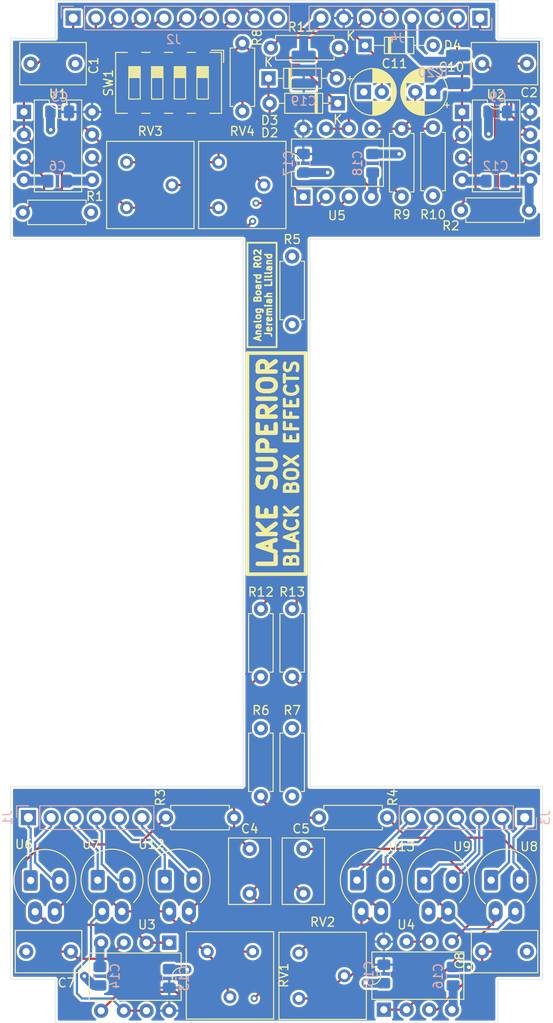
<source format=kicad_pcb>
(kicad_pcb (version 20171130) (host pcbnew "(5.1.7)-1")
  (layers (0 F.Cu signal) (1 In1.Cu signal) (2 In2.Cu signal) (31 B.Cu signal) (34 B.Paste user hide) (35 F.Paste user hide) (36 B.SilkS user) (37 F.SilkS user) (38 B.Mask user hide) (39 F.Mask user hide) (44 Edge.Cuts user))
  (net 0 "")
  (net 1 /IN1)
  (net 2 "Net-(C1-Pad1)")
  (net 3 /IN2)
  (net 4 "Net-(C2-Pad1)")
  (net 5 GND)
  (net 6 +9V)
  (net 7 /CH1_BYP)
  (net 8 "Net-(C4-Pad1)")
  (net 9 /CH2_BYP)
  (net 10 "Net-(C5-Pad1)")
  (net 11 -9V)
  (net 12 "Net-(C7-Pad2)")
  (net 13 "Net-(C8-Pad2)")
  (net 14 "Net-(C10-Pad2)")
  (net 15 /ENV_OUT)
  (net 16 "Net-(D2-Pad2)")
  (net 17 "Net-(D2-Pad1)")
  (net 18 "Net-(D3-Pad1)")
  (net 19 "Net-(R11-Pad1)")
  (net 20 /CH1_EFF)
  (net 21 "Net-(R12-Pad1)")
  (net 22 /CH2_EFF)
  (net 23 "Net-(R13-Pad1)")
  (net 24 /LDRA_2)
  (net 25 /LDRC_2)
  (net 26 /LDRB_1)
  (net 27 /LDRA_1)
  (net 28 /LDRD_1)
  (net 29 /LDRC_1)
  (net 30 /PWM_1)
  (net 31 GNDD)
  (net 32 /PWM_VOL1)
  (net 33 /PWM_VOL2)
  (net 34 /PWM_2)
  (net 35 /PWM_4)
  (net 36 /PWM_3)
  (net 37 /PWM_VOL1_RTN)
  (net 38 /PWM_2_RTN)
  (net 39 /PWM_VOL2_RTN)
  (net 40 /PWM_4_RTN)
  (net 41 /PWM_3_RTN)
  (net 42 /PWM_1_RTN)
  (net 43 /DIP4)
  (net 44 /DIP2)
  (net 45 /DIP3)
  (net 46 /DIP1)
  (net 47 +3V3)
  (net 48 /TRIM_2)
  (net 49 /TRIM_1)
  (module Pinebox:Potentiometer_Bourns_3386F_Vertical (layer F.Cu) (at 112.014 61.722)
    (fp_text reference RV4 (at 2.655 -8.555) (layer F.SilkS))
    (fp_text value 50k)
    (pad 1 thru_hole circle (at 0 0) (size 1.44 1.44) (drill 0.8) (layers *.Cu *.Mask) (net 31 GNDD))
    (pad 2 thru_hole circle (at 5.08 -2.54) (size 1.44 1.44) (drill 0.8) (layers *.Cu *.Mask) (net 48 /TRIM_2))
    (pad 3 thru_hole circle (at 0 -5.08) (size 1.44 1.44) (drill 0.8) (layers *.Cu *.Mask) (net 47 +3V3))
  )
  (module Pinebox:Potentiometer_Bourns_3386F_Vertical (layer F.Cu) (at 101.727 61.722)
    (fp_text reference RV3 (at 2.655 -8.555) (layer F.SilkS))
    (fp_text value 50k)
    (pad 1 thru_hole circle (at 0 0) (size 1.44 1.44) (drill 0.8) (layers *.Cu *.Mask) (net 31 GNDD))
    (pad 2 thru_hole circle (at 5.08 -2.54) (size 1.44 1.44) (drill 0.8) (layers *.Cu *.Mask) (net 49 /TRIM_1))
    (pad 3 thru_hole circle (at 0 -5.08) (size 1.44 1.44) (drill 0.8) (layers *.Cu *.Mask) (net 47 +3V3))
  )
  (module Pinebox:Potentiometer_Bourns_3386F_Vertical (layer F.Cu) (at 121 150.25)
    (fp_text reference RV2 (at 2.655 -8.555) (layer F.SilkS))
    (fp_text value 50k)
    (pad 1 thru_hole circle (at 0 0) (size 1.44 1.44) (drill 0.8) (layers *.Cu *.Mask) (net 25 /LDRC_2))
    (pad 2 thru_hole circle (at 5.08 -2.54) (size 1.44 1.44) (drill 0.8) (layers *.Cu *.Mask) (net 25 /LDRC_2))
    (pad 3 thru_hole circle (at 0 -5.08) (size 1.44 1.44) (drill 0.8) (layers *.Cu *.Mask) (net 23 "Net-(R13-Pad1)"))
  )
  (module Pinebox:Potentiometer_Bourns_3386F_Vertical (layer F.Cu) (at 110.75 145 270)
    (fp_text reference RV1 (at 2.655 -8.555 90) (layer F.SilkS))
    (fp_text value 50k)
    (pad 1 thru_hole circle (at 0 0 270) (size 1.44 1.44) (drill 0.8) (layers *.Cu *.Mask) (net 24 /LDRA_2))
    (pad 2 thru_hole circle (at 5.08 -2.54 270) (size 1.44 1.44) (drill 0.8) (layers *.Cu *.Mask) (net 24 /LDRA_2))
    (pad 3 thru_hole circle (at 0 -5.08 270) (size 1.44 1.44) (drill 0.8) (layers *.Cu *.Mask) (net 21 "Net-(R12-Pad1)"))
  )
  (module Connector_PinHeader_2.54mm:PinHeader_1x08_P2.54mm_Vertical (layer B.Cu) (at 141.25 40.5 90)
    (fp_text reference J4 (at -2.25 -9.25) (layer B.SilkS) (effects (justify mirror)))
    (fp_text value Conn_01x08_Male)
    (pad 8 thru_hole oval (at 0 -17.78 90) (size 1.7 1.7) (drill 1) (layers *.Cu *.Mask) (net 5 GND))
    (pad 7 thru_hole oval (at 0 -15.24 90) (size 1.7 1.7) (drill 1) (layers *.Cu *.Mask) (net 6 +9V))
    (pad 6 thru_hole oval (at 0 -12.7 90) (size 1.7 1.7) (drill 1) (layers *.Cu *.Mask) (net 48 /TRIM_2))
    (pad 5 thru_hole oval (at 0 -10.16 90) (size 1.7 1.7) (drill 1) (layers *.Cu *.Mask) (net 49 /TRIM_1))
    (pad 4 thru_hole oval (at 0 -7.62 90) (size 1.7 1.7) (drill 1) (layers *.Cu *.Mask) (net 11 -9V))
    (pad 3 thru_hole oval (at 0 -5.08 90) (size 1.7 1.7) (drill 1) (layers *.Cu *.Mask) (net 22 /CH2_EFF))
    (pad 2 thru_hole oval (at 0 -2.54 90) (size 1.7 1.7) (drill 1) (layers *.Cu *.Mask) (net 9 /CH2_BYP))
    (pad 1 thru_hole rect (at 0 0 90) (size 1.7 1.7) (drill 1) (layers *.Cu *.Mask) (net 3 /IN2))
  )
  (module Capacitor_SMD:C_1210_3225Metric_Pad1.33x2.70mm_HandSolder (layer B.Cu) (at 138.811 46.228 90)
    (fp_text reference C20 (at -0.381 -3.048 180) (layer B.SilkS) (effects (justify mirror)))
    (fp_text value 10u)
    (pad 2 smd roundrect (at 1.5625 0 90) (size 1.325 2.7) (layers B.Cu B.Paste B.Mask) (roundrect_rratio 0.1886784905660377) (net 11 -9V))
    (pad 1 smd roundrect (at -1.5625 0 90) (size 1.325 2.7) (layers B.Cu B.Paste B.Mask) (roundrect_rratio 0.1886784905660377) (net 5 GND))
  )
  (module Capacitor_SMD:C_1210_3225Metric_Pad1.33x2.70mm_HandSolder (layer B.Cu) (at 121.539 46.355 90)
    (fp_text reference C19 (at -3.429 0 180) (layer B.SilkS) (effects (justify mirror)))
    (fp_text value 10u)
    (pad 2 smd roundrect (at 1.5625 0 90) (size 1.325 2.7) (layers B.Cu B.Paste B.Mask) (roundrect_rratio 0.1886784905660377) (net 5 GND))
    (pad 1 smd roundrect (at -1.5625 0 90) (size 1.325 2.7) (layers B.Cu B.Paste B.Mask) (roundrect_rratio 0.1886784905660377) (net 6 +9V))
  )
  (module Button_Switch_SMD:SW_DIP_SPSTx04_Slide_6.7x11.72mm_W8.61mm_P2.54mm_LowProfile (layer F.Cu) (at 106.426 47.752 270)
    (fp_text reference SW1 (at 0 6.731 90) (layer F.SilkS))
    (fp_text value SW_DIP_x04)
    (pad 8 smd rect (at 4.305 -3.81 270) (size 2.44 1.12) (layers F.Cu F.Paste F.Mask) (net 31 GNDD))
    (pad 4 smd rect (at -4.305 3.81 270) (size 2.44 1.12) (layers F.Cu F.Paste F.Mask) (net 43 /DIP4))
    (pad 7 smd rect (at 4.305 -1.27 270) (size 2.44 1.12) (layers F.Cu F.Paste F.Mask) (net 31 GNDD))
    (pad 3 smd rect (at -4.305 1.27 270) (size 2.44 1.12) (layers F.Cu F.Paste F.Mask) (net 45 /DIP3))
    (pad 6 smd rect (at 4.305 1.27 270) (size 2.44 1.12) (layers F.Cu F.Paste F.Mask) (net 31 GNDD))
    (pad 2 smd rect (at -4.305 -1.27 270) (size 2.44 1.12) (layers F.Cu F.Paste F.Mask) (net 44 /DIP2))
    (pad 5 smd rect (at 4.305 3.81 270) (size 2.44 1.12) (layers F.Cu F.Paste F.Mask) (net 31 GNDD))
    (pad 1 smd rect (at -4.305 -3.81 270) (size 2.44 1.12) (layers F.Cu F.Paste F.Mask) (net 46 /DIP1))
  )
  (module Connector_PinHeader_2.54mm:PinHeader_1x06_P2.54mm_Vertical (layer B.Cu) (at 146.25 130 90)
    (fp_text reference J3 (at 0 2.33 90) (layer B.SilkS) (effects (justify mirror)))
    (fp_text value Conn_01x06_Male)
    (pad 6 thru_hole oval (at 0 -12.7 90) (size 1.7 1.7) (drill 1) (layers *.Cu *.Mask) (net 33 /PWM_VOL2))
    (pad 5 thru_hole oval (at 0 -10.16 90) (size 1.7 1.7) (drill 1) (layers *.Cu *.Mask) (net 39 /PWM_VOL2_RTN))
    (pad 4 thru_hole oval (at 0 -7.62 90) (size 1.7 1.7) (drill 1) (layers *.Cu *.Mask) (net 35 /PWM_4))
    (pad 3 thru_hole oval (at 0 -5.08 90) (size 1.7 1.7) (drill 1) (layers *.Cu *.Mask) (net 40 /PWM_4_RTN))
    (pad 2 thru_hole oval (at 0 -2.54 90) (size 1.7 1.7) (drill 1) (layers *.Cu *.Mask) (net 36 /PWM_3))
    (pad 1 thru_hole rect (at 0 0 90) (size 1.7 1.7) (drill 1) (layers *.Cu *.Mask) (net 41 /PWM_3_RTN))
  )
  (module Connector_PinHeader_2.54mm:PinHeader_1x10_P2.54mm_Vertical (layer B.Cu) (at 95.75 40.5 270)
    (fp_text reference J2 (at 2.4 -11.25 180) (layer B.SilkS) (effects (justify mirror)))
    (fp_text value Conn_01x10_Male)
    (pad 10 thru_hole oval (at 0 -22.86 270) (size 1.7 1.7) (drill 1) (layers *.Cu *.Mask) (net 5 GND))
    (pad 9 thru_hole oval (at 0 -20.32 270) (size 1.7 1.7) (drill 1) (layers *.Cu *.Mask) (net 47 +3V3))
    (pad 8 thru_hole oval (at 0 -17.78 270) (size 1.7 1.7) (drill 1) (layers *.Cu *.Mask) (net 46 /DIP1))
    (pad 7 thru_hole oval (at 0 -15.24 270) (size 1.7 1.7) (drill 1) (layers *.Cu *.Mask) (net 44 /DIP2))
    (pad 6 thru_hole oval (at 0 -12.7 270) (size 1.7 1.7) (drill 1) (layers *.Cu *.Mask) (net 45 /DIP3))
    (pad 5 thru_hole oval (at 0 -10.16 270) (size 1.7 1.7) (drill 1) (layers *.Cu *.Mask) (net 43 /DIP4))
    (pad 4 thru_hole oval (at 0 -7.62 270) (size 1.7 1.7) (drill 1) (layers *.Cu *.Mask) (net 31 GNDD))
    (pad 3 thru_hole oval (at 0 -5.08 270) (size 1.7 1.7) (drill 1) (layers *.Cu *.Mask) (net 20 /CH1_EFF))
    (pad 2 thru_hole oval (at 0 -2.54 270) (size 1.7 1.7) (drill 1) (layers *.Cu *.Mask) (net 7 /CH1_BYP))
    (pad 1 thru_hole rect (at 0 0 270) (size 1.7 1.7) (drill 1) (layers *.Cu *.Mask) (net 1 /IN1))
  )
  (module Connector_PinHeader_2.54mm:PinHeader_1x06_P2.54mm_Vertical (layer B.Cu) (at 90.75 130 270)
    (fp_text reference J1 (at 0 2.33 90) (layer B.SilkS) (effects (justify mirror)))
    (fp_text value Conn_01x06_Male)
    (pad 6 thru_hole oval (at 0 -12.7 270) (size 1.7 1.7) (drill 1) (layers *.Cu *.Mask) (net 37 /PWM_VOL1_RTN))
    (pad 5 thru_hole oval (at 0 -10.16 270) (size 1.7 1.7) (drill 1) (layers *.Cu *.Mask) (net 32 /PWM_VOL1))
    (pad 4 thru_hole oval (at 0 -7.62 270) (size 1.7 1.7) (drill 1) (layers *.Cu *.Mask) (net 38 /PWM_2_RTN))
    (pad 3 thru_hole oval (at 0 -5.08 270) (size 1.7 1.7) (drill 1) (layers *.Cu *.Mask) (net 34 /PWM_2))
    (pad 2 thru_hole oval (at 0 -2.54 270) (size 1.7 1.7) (drill 1) (layers *.Cu *.Mask) (net 42 /PWM_1_RTN))
    (pad 1 thru_hole rect (at 0 0 270) (size 1.7 1.7) (drill 1) (layers *.Cu *.Mask) (net 30 /PWM_1))
  )
  (module Pinebox:Luna_NSL-32_Vertical (layer F.Cu) (at 135 137 270)
    (fp_text reference U9 (at -3.75 -4.25) (layer F.SilkS))
    (fp_text value NSL-32)
    (pad 1 thru_hole roundrect (at 0 0 270) (size 2.29 1.57) (drill 0.81) (layers *.Cu *.Mask) (roundrect_rratio 0.159) (net 35 /PWM_4))
    (pad 2 thru_hole oval (at 0 -3.2 270) (size 2.29 1.57) (drill 0.81) (layers *.Cu *.Mask) (net 40 /PWM_4_RTN))
    (pad 3 thru_hole oval (at 3.5 -2.7 270) (size 2.29 1.57) (drill 0.81) (layers *.Cu *.Mask) (net 25 /LDRC_2))
    (pad 4 thru_hole oval (at 3.5 -0.5 270) (size 2.29 1.57) (drill 0.81) (layers *.Cu *.Mask) (net 28 /LDRD_1))
  )
  (module Pinebox:Luna_NSL-32_Vertical (layer F.Cu) (at 142.5 137 270)
    (fp_text reference U8 (at -3.75 -4.25) (layer F.SilkS))
    (fp_text value NSL-32)
    (pad 1 thru_hole roundrect (at 0 0 270) (size 2.29 1.57) (drill 0.81) (layers *.Cu *.Mask) (roundrect_rratio 0.159) (net 36 /PWM_3))
    (pad 2 thru_hole oval (at 0 -3.2 270) (size 2.29 1.57) (drill 0.81) (layers *.Cu *.Mask) (net 41 /PWM_3_RTN))
    (pad 3 thru_hole oval (at 3.5 -2.7 270) (size 2.29 1.57) (drill 0.81) (layers *.Cu *.Mask) (net 25 /LDRC_2))
    (pad 4 thru_hole oval (at 3.5 -0.5 270) (size 2.29 1.57) (drill 0.81) (layers *.Cu *.Mask) (net 29 /LDRC_1))
  )
  (module Pinebox:Luna_NSL-32_Vertical (layer F.Cu) (at 98.5 137 270)
    (fp_text reference U7 (at -4 0.75) (layer F.SilkS))
    (fp_text value NSL-32)
    (pad 1 thru_hole roundrect (at 0 0 270) (size 2.29 1.57) (drill 0.81) (layers *.Cu *.Mask) (roundrect_rratio 0.159) (net 34 /PWM_2))
    (pad 2 thru_hole oval (at 0 -3.2 270) (size 2.29 1.57) (drill 0.81) (layers *.Cu *.Mask) (net 38 /PWM_2_RTN))
    (pad 3 thru_hole oval (at 3.5 -2.7 270) (size 2.29 1.57) (drill 0.81) (layers *.Cu *.Mask) (net 24 /LDRA_2))
    (pad 4 thru_hole oval (at 3.5 -0.5 270) (size 2.29 1.57) (drill 0.81) (layers *.Cu *.Mask) (net 26 /LDRB_1))
  )
  (module Pinebox:Luna_NSL-32_Vertical (layer F.Cu) (at 91 137.033 270)
    (fp_text reference U6 (at -4.033 0.75) (layer F.SilkS))
    (fp_text value NSL-32)
    (pad 1 thru_hole roundrect (at 0 0 270) (size 2.29 1.57) (drill 0.81) (layers *.Cu *.Mask) (roundrect_rratio 0.159) (net 30 /PWM_1))
    (pad 2 thru_hole oval (at 0 -3.2 270) (size 2.29 1.57) (drill 0.81) (layers *.Cu *.Mask) (net 42 /PWM_1_RTN))
    (pad 3 thru_hole oval (at 3.5 -2.7 270) (size 2.29 1.57) (drill 0.81) (layers *.Cu *.Mask) (net 24 /LDRA_2))
    (pad 4 thru_hole oval (at 3.5 -0.5 270) (size 2.29 1.57) (drill 0.81) (layers *.Cu *.Mask) (net 27 /LDRA_1))
  )
  (module Pinebox:Luna_NSL-32_Vertical (layer F.Cu) (at 127.5 137 270)
    (fp_text reference U13 (at -3.75 -5) (layer F.SilkS))
    (fp_text value NSL-32)
    (pad 1 thru_hole roundrect (at 0 0 270) (size 2.29 1.57) (drill 0.81) (layers *.Cu *.Mask) (roundrect_rratio 0.159) (net 33 /PWM_VOL2))
    (pad 2 thru_hole oval (at 0 -3.2 270) (size 2.29 1.57) (drill 0.81) (layers *.Cu *.Mask) (net 39 /PWM_VOL2_RTN))
    (pad 3 thru_hole oval (at 3.5 -2.7 270) (size 2.29 1.57) (drill 0.81) (layers *.Cu *.Mask) (net 23 "Net-(R13-Pad1)"))
    (pad 4 thru_hole oval (at 3.5 -0.5 270) (size 2.29 1.57) (drill 0.81) (layers *.Cu *.Mask) (net 25 /LDRC_2))
  )
  (module Pinebox:Luna_NSL-32_Vertical (layer F.Cu) (at 106 137 270)
    (fp_text reference U12 (at -4 1.5) (layer F.SilkS))
    (fp_text value NSL-32)
    (pad 1 thru_hole roundrect (at 0 0 270) (size 2.29 1.57) (drill 0.81) (layers *.Cu *.Mask) (roundrect_rratio 0.159) (net 32 /PWM_VOL1))
    (pad 2 thru_hole oval (at 0 -3.2 270) (size 2.29 1.57) (drill 0.81) (layers *.Cu *.Mask) (net 37 /PWM_VOL1_RTN))
    (pad 3 thru_hole oval (at 3.5 -2.7 270) (size 2.29 1.57) (drill 0.81) (layers *.Cu *.Mask) (net 21 "Net-(R12-Pad1)"))
    (pad 4 thru_hole oval (at 3.5 -0.5 270) (size 2.29 1.57) (drill 0.81) (layers *.Cu *.Mask) (net 24 /LDRA_2))
  )
  (module Package_DIP:DIP-8_W7.62mm (layer F.Cu) (at 121.5 60.5 90)
    (fp_text reference U5 (at -2.111 3.75 180) (layer F.SilkS))
    (fp_text value OPA2134)
    (pad 8 thru_hole oval (at 7.62 0 90) (size 1.6 1.6) (drill 0.8) (layers *.Cu *.Mask) (net 6 +9V))
    (pad 4 thru_hole oval (at 0 7.62 90) (size 1.6 1.6) (drill 0.8) (layers *.Cu *.Mask) (net 11 -9V))
    (pad 7 thru_hole oval (at 7.62 2.54 90) (size 1.6 1.6) (drill 0.8) (layers *.Cu *.Mask) (net 19 "Net-(R11-Pad1)"))
    (pad 3 thru_hole oval (at 0 5.08 90) (size 1.6 1.6) (drill 0.8) (layers *.Cu *.Mask) (net 7 /CH1_BYP))
    (pad 6 thru_hole oval (at 7.62 5.08 90) (size 1.6 1.6) (drill 0.8) (layers *.Cu *.Mask) (net 19 "Net-(R11-Pad1)"))
    (pad 2 thru_hole oval (at 0 2.54 90) (size 1.6 1.6) (drill 0.8) (layers *.Cu *.Mask) (net 16 "Net-(D2-Pad2)"))
    (pad 5 thru_hole oval (at 7.62 7.62 90) (size 1.6 1.6) (drill 0.8) (layers *.Cu *.Mask) (net 14 "Net-(C10-Pad2)"))
    (pad 1 thru_hole rect (at 0 0 90) (size 1.6 1.6) (drill 0.8) (layers *.Cu *.Mask) (net 17 "Net-(D2-Pad1)"))
  )
  (module Package_DIP:DIP-8_W7.62mm (layer F.Cu) (at 130.5 151.5 90)
    (fp_text reference U4 (at 9.5 2.5) (layer F.SilkS))
    (fp_text value OPA2134)
    (pad 8 thru_hole oval (at 7.62 0 90) (size 1.6 1.6) (drill 0.8) (layers *.Cu *.Mask) (net 6 +9V))
    (pad 4 thru_hole oval (at 0 7.62 90) (size 1.6 1.6) (drill 0.8) (layers *.Cu *.Mask) (net 11 -9V))
    (pad 7 thru_hole oval (at 7.62 2.54 90) (size 1.6 1.6) (drill 0.8) (layers *.Cu *.Mask) (net 28 /LDRD_1))
    (pad 3 thru_hole oval (at 0 5.08 90) (size 1.6 1.6) (drill 0.8) (layers *.Cu *.Mask) (net 13 "Net-(C8-Pad2)"))
    (pad 6 thru_hole oval (at 7.62 5.08 90) (size 1.6 1.6) (drill 0.8) (layers *.Cu *.Mask) (net 28 /LDRD_1))
    (pad 2 thru_hole oval (at 0 2.54 90) (size 1.6 1.6) (drill 0.8) (layers *.Cu *.Mask) (net 29 /LDRC_1))
    (pad 5 thru_hole oval (at 7.62 7.62 90) (size 1.6 1.6) (drill 0.8) (layers *.Cu *.Mask) (net 10 "Net-(C5-Pad1)"))
    (pad 1 thru_hole rect (at 0 0 90) (size 1.6 1.6) (drill 0.8) (layers *.Cu *.Mask) (net 29 /LDRC_1))
  )
  (module Package_DIP:DIP-8_W7.62mm (layer F.Cu) (at 106.5 144 270)
    (fp_text reference U3 (at -2 2.5) (layer F.SilkS))
    (fp_text value OPA2134)
    (pad 8 thru_hole oval (at 7.62 0 270) (size 1.6 1.6) (drill 0.8) (layers *.Cu *.Mask) (net 6 +9V))
    (pad 4 thru_hole oval (at 0 7.62 270) (size 1.6 1.6) (drill 0.8) (layers *.Cu *.Mask) (net 11 -9V))
    (pad 7 thru_hole oval (at 7.62 2.54 270) (size 1.6 1.6) (drill 0.8) (layers *.Cu *.Mask) (net 26 /LDRB_1))
    (pad 3 thru_hole oval (at 0 5.08 270) (size 1.6 1.6) (drill 0.8) (layers *.Cu *.Mask) (net 12 "Net-(C7-Pad2)"))
    (pad 6 thru_hole oval (at 7.62 5.08 270) (size 1.6 1.6) (drill 0.8) (layers *.Cu *.Mask) (net 26 /LDRB_1))
    (pad 2 thru_hole oval (at 0 2.54 270) (size 1.6 1.6) (drill 0.8) (layers *.Cu *.Mask) (net 27 /LDRA_1))
    (pad 5 thru_hole oval (at 7.62 7.62 270) (size 1.6 1.6) (drill 0.8) (layers *.Cu *.Mask) (net 8 "Net-(C4-Pad1)"))
    (pad 1 thru_hole rect (at 0 0 270) (size 1.6 1.6) (drill 0.8) (layers *.Cu *.Mask) (net 27 /LDRA_1))
  )
  (module Package_DIP:DIP-8_W7.62mm (layer F.Cu) (at 139.25 51)
    (fp_text reference U2 (at 3.75 -1.95) (layer F.SilkS))
    (fp_text value OPA2134)
    (pad 8 thru_hole oval (at 7.62 0) (size 1.6 1.6) (drill 0.8) (layers *.Cu *.Mask) (net 6 +9V))
    (pad 4 thru_hole oval (at 0 7.62) (size 1.6 1.6) (drill 0.8) (layers *.Cu *.Mask) (net 11 -9V))
    (pad 7 thru_hole oval (at 7.62 2.54) (size 1.6 1.6) (drill 0.8) (layers *.Cu *.Mask) (net 22 /CH2_EFF))
    (pad 3 thru_hole oval (at 0 5.08) (size 1.6 1.6) (drill 0.8) (layers *.Cu *.Mask) (net 4 "Net-(C2-Pad1)"))
    (pad 6 thru_hole oval (at 7.62 5.08) (size 1.6 1.6) (drill 0.8) (layers *.Cu *.Mask) (net 25 /LDRC_2))
    (pad 2 thru_hole oval (at 0 2.54) (size 1.6 1.6) (drill 0.8) (layers *.Cu *.Mask) (net 9 /CH2_BYP))
    (pad 5 thru_hole oval (at 7.62 7.62) (size 1.6 1.6) (drill 0.8) (layers *.Cu *.Mask) (net 5 GND))
    (pad 1 thru_hole rect (at 0 0) (size 1.6 1.6) (drill 0.8) (layers *.Cu *.Mask) (net 9 /CH2_BYP))
  )
  (module Package_DIP:DIP-8_W7.62mm (layer F.Cu) (at 90.25 51)
    (fp_text reference U1 (at 3.8 -2) (layer F.SilkS))
    (fp_text value OPA2134)
    (pad 8 thru_hole oval (at 7.62 0) (size 1.6 1.6) (drill 0.8) (layers *.Cu *.Mask) (net 6 +9V))
    (pad 4 thru_hole oval (at 0 7.62) (size 1.6 1.6) (drill 0.8) (layers *.Cu *.Mask) (net 11 -9V))
    (pad 7 thru_hole oval (at 7.62 2.54) (size 1.6 1.6) (drill 0.8) (layers *.Cu *.Mask) (net 20 /CH1_EFF))
    (pad 3 thru_hole oval (at 0 5.08) (size 1.6 1.6) (drill 0.8) (layers *.Cu *.Mask) (net 2 "Net-(C1-Pad1)"))
    (pad 6 thru_hole oval (at 7.62 5.08) (size 1.6 1.6) (drill 0.8) (layers *.Cu *.Mask) (net 24 /LDRA_2))
    (pad 2 thru_hole oval (at 0 2.54) (size 1.6 1.6) (drill 0.8) (layers *.Cu *.Mask) (net 7 /CH1_BYP))
    (pad 5 thru_hole oval (at 7.62 7.62) (size 1.6 1.6) (drill 0.8) (layers *.Cu *.Mask) (net 5 GND))
    (pad 1 thru_hole rect (at 0 0) (size 1.6 1.6) (drill 0.8) (layers *.Cu *.Mask) (net 7 /CH1_BYP))
  )
  (module Resistor_THT:R_Axial_DIN0207_L6.3mm_D2.5mm_P7.62mm_Horizontal (layer F.Cu) (at 120.25 114.25 90)
    (fp_text reference R13 (at 9.5 0 180) (layer F.SilkS))
    (fp_text value 1k)
    (pad 2 thru_hole oval (at 7.62 0 90) (size 1.6 1.6) (drill 0.8) (layers *.Cu *.Mask) (net 22 /CH2_EFF))
    (pad 1 thru_hole circle (at 0 0 90) (size 1.6 1.6) (drill 0.8) (layers *.Cu *.Mask) (net 23 "Net-(R13-Pad1)"))
  )
  (module Resistor_THT:R_Axial_DIN0207_L6.3mm_D2.5mm_P7.62mm_Horizontal (layer F.Cu) (at 116.75 114.25 90)
    (fp_text reference R12 (at 9.5 0) (layer F.SilkS))
    (fp_text value 1k)
    (pad 2 thru_hole oval (at 7.62 0 90) (size 1.6 1.6) (drill 0.8) (layers *.Cu *.Mask) (net 20 /CH1_EFF))
    (pad 1 thru_hole circle (at 0 0 90) (size 1.6 1.6) (drill 0.8) (layers *.Cu *.Mask) (net 21 "Net-(R12-Pad1)"))
  )
  (module Resistor_THT:R_Axial_DIN0207_L6.3mm_D2.5mm_P7.62mm_Horizontal (layer F.Cu) (at 125.476 43.815 180)
    (fp_text reference R11 (at 4.276 2.315) (layer F.SilkS))
    (fp_text value 1k)
    (pad 2 thru_hole oval (at 7.62 0 180) (size 1.6 1.6) (drill 0.8) (layers *.Cu *.Mask) (net 15 /ENV_OUT))
    (pad 1 thru_hole circle (at 0 0 180) (size 1.6 1.6) (drill 0.8) (layers *.Cu *.Mask) (net 19 "Net-(R11-Pad1)"))
  )
  (module Resistor_THT:R_Axial_DIN0207_L6.3mm_D2.5mm_P7.62mm_Horizontal (layer F.Cu) (at 136 52.75 270)
    (fp_text reference R10 (at 9.75 0 180) (layer F.SilkS))
    (fp_text value 47k)
    (pad 2 thru_hole oval (at 7.62 0 270) (size 1.6 1.6) (drill 0.8) (layers *.Cu *.Mask) (net 5 GND))
    (pad 1 thru_hole circle (at 0 0 270) (size 1.6 1.6) (drill 0.8) (layers *.Cu *.Mask) (net 14 "Net-(C10-Pad2)"))
  )
  (module Resistor_THT:R_Axial_DIN0207_L6.3mm_D2.5mm_P7.62mm_Horizontal (layer F.Cu) (at 132.5 60.5 90)
    (fp_text reference R9 (at -2 0 180) (layer F.SilkS))
    (fp_text value 10k)
    (pad 2 thru_hole oval (at 7.62 0 90) (size 1.6 1.6) (drill 0.8) (layers *.Cu *.Mask) (net 14 "Net-(C10-Pad2)"))
    (pad 1 thru_hole circle (at 0 0 90) (size 1.6 1.6) (drill 0.8) (layers *.Cu *.Mask) (net 18 "Net-(D3-Pad1)"))
  )
  (module Resistor_THT:R_Axial_DIN0207_L6.3mm_D2.5mm_P7.62mm_Horizontal (layer F.Cu) (at 114.681 43.307 270)
    (fp_text reference R8 (at -0.635 -1.651 90) (layer F.SilkS))
    (fp_text value 100k)
    (pad 2 thru_hole oval (at 7.62 0 270) (size 1.6 1.6) (drill 0.8) (layers *.Cu *.Mask) (net 18 "Net-(D3-Pad1)"))
    (pad 1 thru_hole circle (at 0 0 270) (size 1.6 1.6) (drill 0.8) (layers *.Cu *.Mask) (net 16 "Net-(D2-Pad2)"))
  )
  (module Resistor_THT:R_Axial_DIN0207_L6.3mm_D2.5mm_P7.62mm_Horizontal (layer F.Cu) (at 120.25 120 270)
    (fp_text reference R7 (at -2 0) (layer F.SilkS))
    (fp_text value 470k)
    (pad 2 thru_hole oval (at 7.62 0 270) (size 1.6 1.6) (drill 0.8) (layers *.Cu *.Mask) (net 10 "Net-(C5-Pad1)"))
    (pad 1 thru_hole circle (at 0 0 270) (size 1.6 1.6) (drill 0.8) (layers *.Cu *.Mask) (net 5 GND))
  )
  (module Resistor_THT:R_Axial_DIN0207_L6.3mm_D2.5mm_P7.62mm_Horizontal (layer F.Cu) (at 116.75 120 270)
    (fp_text reference R6 (at -2 0 180) (layer F.SilkS))
    (fp_text value 470k)
    (pad 2 thru_hole oval (at 7.62 0 270) (size 1.6 1.6) (drill 0.8) (layers *.Cu *.Mask) (net 8 "Net-(C4-Pad1)"))
    (pad 1 thru_hole circle (at 0 0 270) (size 1.6 1.6) (drill 0.8) (layers *.Cu *.Mask) (net 5 GND))
  )
  (module Resistor_THT:R_Axial_DIN0207_L6.3mm_D2.5mm_P7.62mm_Horizontal (layer F.Cu) (at 120.25 67.183 270)
    (fp_text reference R5 (at -1.905 0 180) (layer F.SilkS))
    (fp_text value 3.3k)
    (pad 2 thru_hole oval (at 7.62 0 270) (size 1.6 1.6) (drill 0.8) (layers *.Cu *.Mask) (net 5 GND))
    (pad 1 thru_hole circle (at 0 0 270) (size 1.6 1.6) (drill 0.8) (layers *.Cu *.Mask) (net 16 "Net-(D2-Pad2)"))
  )
  (module Resistor_THT:R_Axial_DIN0207_L6.3mm_D2.5mm_P7.62mm_Horizontal (layer F.Cu) (at 123.25 130)
    (fp_text reference R4 (at 8.25 -2.25 270) (layer F.SilkS))
    (fp_text value 470k)
    (pad 2 thru_hole oval (at 7.62 0) (size 1.6 1.6) (drill 0.8) (layers *.Cu *.Mask) (net 13 "Net-(C8-Pad2)"))
    (pad 1 thru_hole circle (at 0 0) (size 1.6 1.6) (drill 0.8) (layers *.Cu *.Mask) (net 9 /CH2_BYP))
  )
  (module Resistor_THT:R_Axial_DIN0207_L6.3mm_D2.5mm_P7.62mm_Horizontal (layer F.Cu) (at 113.75 130 180)
    (fp_text reference R3 (at 8.25 2.25 270) (layer F.SilkS))
    (fp_text value 470k)
    (pad 2 thru_hole oval (at 7.62 0 180) (size 1.6 1.6) (drill 0.8) (layers *.Cu *.Mask) (net 12 "Net-(C7-Pad2)"))
    (pad 1 thru_hole circle (at 0 0 180) (size 1.6 1.6) (drill 0.8) (layers *.Cu *.Mask) (net 7 /CH1_BYP))
  )
  (module Resistor_THT:R_Axial_DIN0207_L6.3mm_D2.5mm_P7.62mm_Horizontal (layer F.Cu) (at 146.75 62 180)
    (fp_text reference R2 (at 8.75 -1.75) (layer F.SilkS))
    (fp_text value 1M)
    (pad 2 thru_hole oval (at 7.62 0 180) (size 1.6 1.6) (drill 0.8) (layers *.Cu *.Mask) (net 4 "Net-(C2-Pad1)"))
    (pad 1 thru_hole circle (at 0 0 180) (size 1.6 1.6) (drill 0.8) (layers *.Cu *.Mask) (net 5 GND))
  )
  (module Resistor_THT:R_Axial_DIN0207_L6.3mm_D2.5mm_P7.62mm_Horizontal (layer F.Cu) (at 97.75 62.25 180)
    (fp_text reference R1 (at -0.421 1.798 180) (layer F.SilkS))
    (fp_text value 1M)
    (pad 2 thru_hole oval (at 7.62 0 180) (size 1.6 1.6) (drill 0.8) (layers *.Cu *.Mask) (net 2 "Net-(C1-Pad1)"))
    (pad 1 thru_hole circle (at 0 0 180) (size 1.6 1.6) (drill 0.8) (layers *.Cu *.Mask) (net 5 GND))
  )
  (module Diode_THT:D_DO-34_SOD68_P7.62mm_Horizontal (layer F.Cu) (at 128.397 43.561)
    (fp_text reference D4 (at 9.779 0) (layer F.SilkS))
    (fp_text value D_Zener)
    (fp_text user K (at -1.597 -1.061) (layer F.SilkS))
    (pad 2 thru_hole oval (at 7.62 0) (size 1.5 1.5) (drill 0.75) (layers *.Cu *.Mask) (net 5 GND))
    (pad 1 thru_hole rect (at 0 0) (size 1.5 1.5) (drill 0.75) (layers *.Cu *.Mask) (net 15 /ENV_OUT))
  )
  (module Diode_THT:D_DO-35_SOD27_P7.62mm_Horizontal (layer F.Cu) (at 125.349 50.038 180)
    (fp_text reference D3 (at 7.62 -1.905) (layer F.SilkS))
    (fp_text value 1N914)
    (fp_text user K (at 0 -1.8) (layer F.SilkS))
    (pad 2 thru_hole oval (at 7.62 0 180) (size 1.6 1.6) (drill 0.8) (layers *.Cu *.Mask) (net 17 "Net-(D2-Pad1)"))
    (pad 1 thru_hole rect (at 0 0 180) (size 1.6 1.6) (drill 0.8) (layers *.Cu *.Mask) (net 18 "Net-(D3-Pad1)"))
  )
  (module Diode_THT:D_DO-35_SOD27_P7.62mm_Horizontal (layer F.Cu) (at 117.602 47.244)
    (fp_text reference D2 (at 0.127 6.096) (layer F.SilkS))
    (fp_text value 1N914)
    (fp_text user K (at 0 -1.8) (layer F.SilkS))
    (pad 2 thru_hole oval (at 7.62 0) (size 1.6 1.6) (drill 0.8) (layers *.Cu *.Mask) (net 16 "Net-(D2-Pad2)"))
    (pad 1 thru_hole rect (at 0 0) (size 1.6 1.6) (drill 0.8) (layers *.Cu *.Mask) (net 17 "Net-(D2-Pad1)"))
  )
  (module Capacitor_SMD:C_0805_2012Metric_Pad1.18x1.45mm_HandSolder (layer B.Cu) (at 129.25 56.75 270)
    (fp_text reference C18 (at 0 1.68 90) (layer B.SilkS) (effects (justify mirror)))
    (fp_text value 100n)
    (pad 2 smd roundrect (at 1.0375 0 270) (size 1.175 1.45) (layers B.Cu B.Paste B.Mask) (roundrect_rratio 0.2127659574468085) (net 11 -9V))
    (pad 1 smd roundrect (at -1.0375 0 270) (size 1.175 1.45) (layers B.Cu B.Paste B.Mask) (roundrect_rratio 0.2127659574468085) (net 5 GND))
  )
  (module Capacitor_SMD:C_0805_2012Metric_Pad1.18x1.45mm_HandSolder (layer B.Cu) (at 121.5 56.75 270)
    (fp_text reference C17 (at 0 1.68 90) (layer B.SilkS) (effects (justify mirror)))
    (fp_text value 100n)
    (pad 2 smd roundrect (at 1.0375 0 270) (size 1.175 1.45) (layers B.Cu B.Paste B.Mask) (roundrect_rratio 0.2127659574468085) (net 5 GND))
    (pad 1 smd roundrect (at -1.0375 0 270) (size 1.175 1.45) (layers B.Cu B.Paste B.Mask) (roundrect_rratio 0.2127659574468085) (net 6 +9V))
  )
  (module Capacitor_SMD:C_0805_2012Metric_Pad1.18x1.45mm_HandSolder (layer B.Cu) (at 138.25 147.75 270)
    (fp_text reference C16 (at 0 1.68 90) (layer B.SilkS) (effects (justify mirror)))
    (fp_text value 100n)
    (pad 2 smd roundrect (at 1.0375 0 270) (size 1.175 1.45) (layers B.Cu B.Paste B.Mask) (roundrect_rratio 0.2127659574468085) (net 11 -9V))
    (pad 1 smd roundrect (at -1.0375 0 270) (size 1.175 1.45) (layers B.Cu B.Paste B.Mask) (roundrect_rratio 0.2127659574468085) (net 5 GND))
  )
  (module Capacitor_SMD:C_0805_2012Metric_Pad1.18x1.45mm_HandSolder (layer B.Cu) (at 130.5 147.5 270)
    (fp_text reference C15 (at 0 1.68 90) (layer B.SilkS) (effects (justify mirror)))
    (fp_text value 100n)
    (pad 2 smd roundrect (at 1.0375 0 270) (size 1.175 1.45) (layers B.Cu B.Paste B.Mask) (roundrect_rratio 0.2127659574468085) (net 5 GND))
    (pad 1 smd roundrect (at -1.0375 0 270) (size 1.175 1.45) (layers B.Cu B.Paste B.Mask) (roundrect_rratio 0.2127659574468085) (net 6 +9V))
  )
  (module Capacitor_SMD:C_0805_2012Metric_Pad1.18x1.45mm_HandSolder (layer B.Cu) (at 98.75 147.75 90)
    (fp_text reference C14 (at 0 1.68 90) (layer B.SilkS) (effects (justify mirror)))
    (fp_text value 100n)
    (pad 2 smd roundrect (at 1.0375 0 90) (size 1.175 1.45) (layers B.Cu B.Paste B.Mask) (roundrect_rratio 0.2127659574468085) (net 11 -9V))
    (pad 1 smd roundrect (at -1.0375 0 90) (size 1.175 1.45) (layers B.Cu B.Paste B.Mask) (roundrect_rratio 0.2127659574468085) (net 5 GND))
  )
  (module Capacitor_SMD:C_0805_2012Metric_Pad1.18x1.45mm_HandSolder (layer B.Cu) (at 106.5 148 90)
    (fp_text reference C13 (at 0 1.68 90) (layer B.SilkS) (effects (justify mirror)))
    (fp_text value 100n)
    (pad 2 smd roundrect (at 1.0375 0 90) (size 1.175 1.45) (layers B.Cu B.Paste B.Mask) (roundrect_rratio 0.2127659574468085) (net 5 GND))
    (pad 1 smd roundrect (at -1.0375 0 90) (size 1.175 1.45) (layers B.Cu B.Paste B.Mask) (roundrect_rratio 0.2127659574468085) (net 6 +9V))
  )
  (module Capacitor_SMD:C_0805_2012Metric_Pad1.18x1.45mm_HandSolder (layer B.Cu) (at 143 58.75 180)
    (fp_text reference C12 (at 0 1.68) (layer B.SilkS) (effects (justify mirror)))
    (fp_text value 100n)
    (pad 2 smd roundrect (at 1.0375 0 180) (size 1.175 1.45) (layers B.Cu B.Paste B.Mask) (roundrect_rratio 0.2127659574468085) (net 11 -9V))
    (pad 1 smd roundrect (at -1.0375 0 180) (size 1.175 1.45) (layers B.Cu B.Paste B.Mask) (roundrect_rratio 0.2127659574468085) (net 5 GND))
  )
  (module Capacitor_THT:CP_Radial_D5.0mm_P2.00mm (layer F.Cu) (at 128.27 48.768)
    (fp_text reference C11 (at 3.429 -3.175) (layer F.SilkS))
    (fp_text value 47u)
    (pad 2 thru_hole circle (at 2 0) (size 1.6 1.6) (drill 0.8) (layers *.Cu *.Mask) (net 15 /ENV_OUT))
    (pad 1 thru_hole rect (at 0 0) (size 1.6 1.6) (drill 0.8) (layers *.Cu *.Mask) (net 5 GND))
  )
  (module Capacitor_THT:CP_Radial_D5.0mm_P2.00mm (layer F.Cu) (at 136.017 48.768 180)
    (fp_text reference C10 (at -2.032 2.794 180) (layer F.SilkS))
    (fp_text value 4.7u)
    (pad 2 thru_hole circle (at 2 0 180) (size 1.6 1.6) (drill 0.8) (layers *.Cu *.Mask) (net 14 "Net-(C10-Pad2)"))
    (pad 1 thru_hole rect (at 0 0 180) (size 1.6 1.6) (drill 0.8) (layers *.Cu *.Mask) (net 5 GND))
  )
  (module Capacitor_SMD:C_0805_2012Metric_Pad1.18x1.45mm_HandSolder (layer B.Cu) (at 143.25 51 180)
    (fp_text reference C9 (at 0 1.68) (layer B.SilkS) (effects (justify mirror)))
    (fp_text value 100n)
    (pad 2 smd roundrect (at 1.0375 0 180) (size 1.175 1.45) (layers B.Cu B.Paste B.Mask) (roundrect_rratio 0.2127659574468085) (net 5 GND))
    (pad 1 smd roundrect (at -1.0375 0 180) (size 1.175 1.45) (layers B.Cu B.Paste B.Mask) (roundrect_rratio 0.2127659574468085) (net 6 +9V))
  )
  (module Capacitor_THT:C_Rect_L7.2mm_W4.5mm_P5.00mm_FKS2_FKP2_MKS2_MKP2 (layer F.Cu) (at 146.5 145 180)
    (fp_text reference C8 (at 7.5 -1 270) (layer F.SilkS))
    (fp_text value 1n)
    (pad 2 thru_hole circle (at 5 0 180) (size 1.6 1.6) (drill 0.8) (layers *.Cu *.Mask) (net 13 "Net-(C8-Pad2)"))
    (pad 1 thru_hole circle (at 0 0 180) (size 1.6 1.6) (drill 0.8) (layers *.Cu *.Mask) (net 5 GND))
  )
  (module Capacitor_THT:C_Rect_L7.2mm_W4.5mm_P5.00mm_FKS2_FKP2_MKS2_MKP2 (layer F.Cu) (at 90.5 145)
    (fp_text reference C7 (at 4.5 3.5) (layer F.SilkS))
    (fp_text value 1n)
    (pad 2 thru_hole circle (at 5 0) (size 1.6 1.6) (drill 0.8) (layers *.Cu *.Mask) (net 12 "Net-(C7-Pad2)"))
    (pad 1 thru_hole circle (at 0 0) (size 1.6 1.6) (drill 0.8) (layers *.Cu *.Mask) (net 5 GND))
  )
  (module Capacitor_SMD:C_0805_2012Metric_Pad1.18x1.45mm_HandSolder (layer B.Cu) (at 94 58.75 180)
    (fp_text reference C6 (at 0 1.68) (layer B.SilkS) (effects (justify mirror)))
    (fp_text value 100n)
    (pad 2 smd roundrect (at 1.0375 0 180) (size 1.175 1.45) (layers B.Cu B.Paste B.Mask) (roundrect_rratio 0.2127659574468085) (net 11 -9V))
    (pad 1 smd roundrect (at -1.0375 0 180) (size 1.175 1.45) (layers B.Cu B.Paste B.Mask) (roundrect_rratio 0.2127659574468085) (net 5 GND))
  )
  (module Capacitor_THT:C_Rect_L7.2mm_W4.5mm_P5.00mm_FKS2_FKP2_MKS2_MKP2 (layer F.Cu) (at 121.5 133.5 270)
    (fp_text reference C5 (at -2.25 0.25 180) (layer F.SilkS))
    (fp_text value 1n)
    (pad 2 thru_hole circle (at 5 0 270) (size 1.6 1.6) (drill 0.8) (layers *.Cu *.Mask) (net 9 /CH2_BYP))
    (pad 1 thru_hole circle (at 0 0 270) (size 1.6 1.6) (drill 0.8) (layers *.Cu *.Mask) (net 10 "Net-(C5-Pad1)"))
  )
  (module Capacitor_THT:C_Rect_L7.2mm_W4.5mm_P5.00mm_FKS2_FKP2_MKS2_MKP2 (layer F.Cu) (at 115.5 138.5 90)
    (fp_text reference C4 (at 7.25 0 180) (layer F.SilkS))
    (fp_text value 1n)
    (pad 2 thru_hole circle (at 5 0 90) (size 1.6 1.6) (drill 0.8) (layers *.Cu *.Mask) (net 7 /CH1_BYP))
    (pad 1 thru_hole circle (at 0 0 90) (size 1.6 1.6) (drill 0.8) (layers *.Cu *.Mask) (net 8 "Net-(C4-Pad1)"))
  )
  (module Capacitor_SMD:C_0805_2012Metric_Pad1.18x1.45mm_HandSolder (layer B.Cu) (at 94.25 51 180)
    (fp_text reference C3 (at 0 1.68) (layer B.SilkS) (effects (justify mirror)))
    (fp_text value 100n)
    (pad 2 smd roundrect (at 1.0375 0 180) (size 1.175 1.45) (layers B.Cu B.Paste B.Mask) (roundrect_rratio 0.2127659574468085) (net 5 GND))
    (pad 1 smd roundrect (at -1.0375 0 180) (size 1.175 1.45) (layers B.Cu B.Paste B.Mask) (roundrect_rratio 0.2127659574468085) (net 6 +9V))
  )
  (module Capacitor_THT:C_Rect_L7.2mm_W4.5mm_P5.00mm_FKS2_FKP2_MKS2_MKP2 (layer F.Cu) (at 141.5 45.6)
    (fp_text reference C2 (at 5.25 3.25) (layer F.SilkS))
    (fp_text value 47n)
    (pad 2 thru_hole circle (at 5 0) (size 1.6 1.6) (drill 0.8) (layers *.Cu *.Mask) (net 3 /IN2))
    (pad 1 thru_hole circle (at 0 0) (size 1.6 1.6) (drill 0.8) (layers *.Cu *.Mask) (net 4 "Net-(C2-Pad1)"))
  )
  (module Capacitor_THT:C_Rect_L7.2mm_W4.5mm_P5.00mm_FKS2_FKP2_MKS2_MKP2 (layer F.Cu) (at 96 45.6 180)
    (fp_text reference C1 (at -2.044 -0.216 90) (layer F.SilkS))
    (fp_text value 47n)
    (pad 2 thru_hole circle (at 5 0 180) (size 1.6 1.6) (drill 0.8) (layers *.Cu *.Mask) (net 1 /IN1))
    (pad 1 thru_hole circle (at 0 0 180) (size 1.6 1.6) (drill 0.8) (layers *.Cu *.Mask) (net 2 "Net-(C1-Pad1)"))
  )
  (gr_line (start 143.25 148.1) (end 148.25 148.1) (layer Edge.Cuts) (width 0.05))
  (gr_line (start 143.25 153) (end 143.25 148.1) (layer Edge.Cuts) (width 0.05))
  (gr_line (start 93.75 148.1) (end 88.75 148.1) (layer Edge.Cuts) (width 0.05))
  (gr_line (start 93.75 153) (end 93.75 148.1) (layer Edge.Cuts) (width 0.05))
  (gr_line (start 143.25 42.75) (end 143.25 38.5) (layer Edge.Cuts) (width 0.05))
  (gr_line (start 148.25 42.75) (end 143.25 42.75) (layer Edge.Cuts) (width 0.05))
  (gr_line (start 93.75 42.75) (end 93.75 38.5) (layer Edge.Cuts) (width 0.05))
  (gr_line (start 88.75 42.75) (end 93.75 42.75) (layer Edge.Cuts) (width 0.05))
  (gr_line (start 115.25 65.647) (end 118.507 65.647) (layer F.SilkS) (width 0.2))
  (gr_line (start 115.25 77.331) (end 118.507 77.331) (layer F.SilkS) (width 0.2))
  (gr_line (start 115.25 77.331) (end 115.25 65.647) (layer F.SilkS) (width 0.2))
  (gr_line (start 118.507 65.647) (end 118.507 77.331) (layer F.SilkS) (width 0.2))
  (gr_line (start 115.25 102.75) (end 121.75 102.743) (layer F.SilkS) (width 0.4))
  (gr_line (start 121.75 78) (end 121.75 102.743) (layer F.SilkS) (width 0.4))
  (gr_line (start 115.25 78) (end 121.75 78) (layer F.SilkS) (width 0.4))
  (gr_line (start 115.25 102.75) (end 115.25 78) (layer F.SilkS) (width 0.4))
  (gr_text "Analog Board R02\nJeremiah Lilland" (at 117 71.5 90) (layer F.SilkS) (effects (font (size 0.75 0.75) (thickness 0.1875))))
  (gr_text "LAKE SUPERIOR" (at 117.5 90.3 90) (layer F.SilkS) (effects (font (size 2 2) (thickness 0.5))))
  (gr_text "BLACK BOX EFFECTS" (at 120.2 90.4 90) (layer F.SilkS) (effects (font (size 1.5 1.5) (thickness 0.35))))
  (gr_line (start 148.25 148.1) (end 148.25 126.5) (layer Edge.Cuts) (width 0.05))
  (gr_line (start 88.75 148.1) (end 88.75 126.5) (layer Edge.Cuts) (width 0.05))
  (gr_line (start 122.25 126.5) (end 148.25 126.5) (layer Edge.Cuts) (width 0.05))
  (gr_line (start 122.25 65.25) (end 148.25 65.25) (layer Edge.Cuts) (width 0.05))
  (gr_line (start 88.75 126.5) (end 114.75 126.5) (layer Edge.Cuts) (width 0.05))
  (gr_line (start 88.75 65.25) (end 114.75 65.25) (layer Edge.Cuts) (width 0.05))
  (gr_line (start 114.75 126.5) (end 114.75 65.25) (layer Edge.Cuts) (width 0.05))
  (gr_line (start 122.25 126.5) (end 122.25 65.25) (layer Edge.Cuts) (width 0.05))
  (gr_line (start 148.25 42.75) (end 148.25 65.25) (layer Edge.Cuts) (width 0.05))
  (gr_line (start 88.75 65.25) (end 88.75 42.75) (layer Edge.Cuts) (width 0.05))
  (gr_line (start 143.25 153) (end 93.75 153) (layer Edge.Cuts) (width 0.05))
  (gr_line (start 93.75 38.5) (end 143.25 38.5) (layer Edge.Cuts) (width 0.05))
  (segment (start 91.75 45.6) (end 91 45.6) (width 0.25) (layer F.Cu) (net 1))
  (segment (start 95.75 41.6) (end 91.75 45.6) (width 0.25) (layer F.Cu) (net 1))
  (segment (start 95.75 40.5) (end 95.75 41.6) (width 0.25) (layer F.Cu) (net 1))
  (segment (start 90.13 62.25) (end 92.5 59.88) (width 0.25) (layer F.Cu) (net 2))
  (segment (start 92.5 58.33) (end 90.25 56.08) (width 0.25) (layer F.Cu) (net 2))
  (segment (start 92.5 59.88) (end 92.5 58.33) (width 0.25) (layer F.Cu) (net 2))
  (segment (start 145.25 45.6) (end 146.5 45.6) (width 0.25) (layer F.Cu) (net 3))
  (segment (start 141.25 41.6) (end 145.25 45.6) (width 0.25) (layer F.Cu) (net 3))
  (segment (start 141.25 40.5) (end 141.25 41.6) (width 0.25) (layer F.Cu) (net 3))
  (segment (start 139.25 56.08) (end 140.75 57.58) (width 0.25) (layer F.Cu) (net 4))
  (segment (start 140.75 57.58) (end 140.75 59.75) (width 0.25) (layer F.Cu) (net 4))
  (segment (start 139.13 61.37) (end 139.13 62) (width 0.25) (layer F.Cu) (net 4))
  (segment (start 140.75 59.75) (end 139.13 61.37) (width 0.25) (layer F.Cu) (net 4))
  (segment (start 142.937501 46.687501) (end 142.937501 54.812499) (width 0.25) (layer F.Cu) (net 4))
  (segment (start 141.5 45.25) (end 142.937501 46.687501) (width 0.25) (layer F.Cu) (net 4))
  (segment (start 141.67 56.08) (end 139.25 56.08) (width 0.25) (layer F.Cu) (net 4))
  (segment (start 142.937501 54.812499) (end 141.67 56.08) (width 0.25) (layer F.Cu) (net 4))
  (segment (start 146.75 58.74) (end 146.87 58.62) (width 1) (layer B.Cu) (net 5))
  (segment (start 146.75 62) (end 146.75 58.74) (width 1) (layer B.Cu) (net 5))
  (via (at 108.5 147) (size 0.8) (drill 0.4) (layers F.Cu B.Cu) (net 5))
  (segment (start 106.5375 147) (end 106.5 146.9625) (width 1) (layer B.Cu) (net 5))
  (segment (start 108.5 147) (end 106.5375 147) (width 1) (layer B.Cu) (net 5))
  (via (at 97 147.75) (size 0.8) (drill 0.4) (layers F.Cu B.Cu) (net 5))
  (segment (start 128.5375 148.5375) (end 130.5 148.5375) (width 1) (layer B.Cu) (net 5))
  (segment (start 128.5 148.5) (end 128.5375 148.5375) (width 1) (layer B.Cu) (net 5))
  (via (at 128.5 148.5) (size 0.8) (drill 0.4) (layers F.Cu B.Cu) (net 5))
  (via (at 140 146.75) (size 0.8) (drill 0.4) (layers F.Cu B.Cu) (net 5))
  (segment (start 138.2875 146.75) (end 138.25 146.7125) (width 1) (layer B.Cu) (net 5))
  (segment (start 140 146.75) (end 138.2875 146.75) (width 1) (layer B.Cu) (net 5))
  (segment (start 146.74 58.75) (end 146.87 58.62) (width 1) (layer B.Cu) (net 5))
  (segment (start 144.0375 58.75) (end 146.74 58.75) (width 1) (layer B.Cu) (net 5))
  (segment (start 142.2125 51) (end 142.2125 53.4625) (width 1) (layer B.Cu) (net 5))
  (segment (start 142.2125 53.4625) (end 142.2125 53.4625) (width 1) (layer B.Cu) (net 5))
  (via (at 142.2125 53.4625) (size 0.8) (drill 0.4) (layers F.Cu B.Cu) (net 5))
  (segment (start 121.5 57.7875) (end 124.2125 57.7875) (width 1) (layer B.Cu) (net 5))
  (segment (start 129.25 55.7125) (end 132.2125 55.7125) (width 1) (layer B.Cu) (net 5))
  (segment (start 132.2125 55.7125) (end 132.2125 55.7125) (width 1) (layer B.Cu) (net 5))
  (via (at 132.2125 55.7125) (size 0.8) (drill 0.4) (layers F.Cu B.Cu) (net 5))
  (segment (start 124.2125 57.7875) (end 124.2125 57.7875) (width 1) (layer B.Cu) (net 5))
  (via (at 124.2125 57.7875) (size 0.8) (drill 0.4) (layers F.Cu B.Cu) (net 5))
  (segment (start 97.74 58.75) (end 97.87 58.62) (width 1) (layer B.Cu) (net 5))
  (segment (start 95.0375 58.75) (end 97.74 58.75) (width 1) (layer B.Cu) (net 5))
  (segment (start 98.0375 148.7875) (end 97 147.75) (width 1) (layer B.Cu) (net 5))
  (segment (start 98.75 148.7875) (end 98.0375 148.7875) (width 1) (layer B.Cu) (net 5))
  (via (at 93.25 53) (size 0.8) (drill 0.4) (layers F.Cu B.Cu) (net 5))
  (segment (start 93.2125 51) (end 93.2125 52.9625) (width 1) (layer B.Cu) (net 5))
  (segment (start 93.2125 52.9625) (end 93.25 53) (width 1) (layer B.Cu) (net 5))
  (segment (start 93.2125 53.0375) (end 93.25 53) (width 1) (layer B.Cu) (net 5))
  (segment (start 136.9945 47.7905) (end 136.017 48.768) (width 1) (layer B.Cu) (net 5))
  (segment (start 138.811 47.7905) (end 136.9945 47.7905) (width 1) (layer B.Cu) (net 5))
  (segment (start 121.539 42.431) (end 123.47 40.5) (width 1) (layer B.Cu) (net 5))
  (segment (start 121.539 44.7925) (end 121.539 42.431) (width 1) (layer B.Cu) (net 5))
  (segment (start 90.25 53.54) (end 90.25 51) (width 0.25) (layer F.Cu) (net 7))
  (via (at 116.205 61.214) (size 0.8) (drill 0.4) (layers F.Cu B.Cu) (net 7))
  (segment (start 115.824 63.246) (end 115.824 63.246) (width 0.25) (layer F.Cu) (net 7))
  (via (at 115.824 63.246) (size 0.8) (drill 0.4) (layers F.Cu B.Cu) (net 7))
  (segment (start 115.824 63.246) (end 115.320001 63.749999) (width 0.25) (layer F.Cu) (net 7))
  (segment (start 90.25 53.54) (end 94.5 57.79) (width 0.25) (layer F.Cu) (net 7))
  (segment (start 94.5 60.665002) (end 97.584997 63.749999) (width 0.25) (layer F.Cu) (net 7))
  (segment (start 94.5 57.79) (end 94.5 60.665002) (width 0.25) (layer F.Cu) (net 7))
  (segment (start 114.750001 63.749999) (end 112.25 63.749999) (width 0.25) (layer F.Cu) (net 7))
  (segment (start 97.584997 63.749999) (end 114.750001 63.749999) (width 0.25) (layer F.Cu) (net 7))
  (segment (start 115.320001 63.749999) (end 114.750001 63.749999) (width 0.25) (layer F.Cu) (net 7))
  (segment (start 125.004989 62.075011) (end 126.58 60.5) (width 0.25) (layer F.Cu) (net 7))
  (segment (start 120.253599 62.075011) (end 125.004989 62.075011) (width 0.25) (layer F.Cu) (net 7))
  (segment (start 119.392588 61.214) (end 120.253599 62.075011) (width 0.25) (layer F.Cu) (net 7))
  (segment (start 116.205 61.214) (end 119.392588 61.214) (width 0.25) (layer F.Cu) (net 7))
  (segment (start 113.75 131.75) (end 115.5 133.5) (width 0.25) (layer F.Cu) (net 7))
  (segment (start 113.75 130) (end 113.75 131.75) (width 0.25) (layer F.Cu) (net 7))
  (segment (start 98.29 41.644998) (end 98.29 40.5) (width 0.25) (layer F.Cu) (net 7))
  (segment (start 90.25 49.684998) (end 98.29 41.644998) (width 0.25) (layer F.Cu) (net 7))
  (segment (start 90.25 51) (end 90.25 49.684998) (width 0.25) (layer F.Cu) (net 7))
  (segment (start 115.824 63.246) (end 115.75 63.32) (width 0.25) (layer F.Cu) (net 7))
  (segment (start 115.174989 113.825011) (end 115.10001 113.89999) (width 0.25) (layer F.Cu) (net 7))
  (segment (start 115.75 63.32) (end 115.174989 63.895011) (width 0.25) (layer F.Cu) (net 7))
  (segment (start 115.174989 108.075011) (end 115.174989 113.825011) (width 0.25) (layer F.Cu) (net 7))
  (segment (start 115.174989 63.895011) (end 115.174989 108.075011) (width 0.25) (layer F.Cu) (net 7))
  (segment (start 113.75 128.75) (end 113.75 130) (width 0.25) (layer F.Cu) (net 7))
  (segment (start 117.875001 124.624999) (end 113.75 128.75) (width 0.25) (layer F.Cu) (net 7))
  (segment (start 117.875001 112.875001) (end 117.875001 124.624999) (width 0.25) (layer F.Cu) (net 7))
  (segment (start 115.174989 110.174989) (end 117.875001 112.875001) (width 0.25) (layer F.Cu) (net 7))
  (segment (start 115.174989 108.075011) (end 115.174989 110.174989) (width 0.25) (layer F.Cu) (net 7))
  (segment (start 116.5 127.62) (end 117.5 128.62) (width 0.25) (layer F.Cu) (net 8))
  (segment (start 117.5 136.5) (end 115.5 138.5) (width 0.25) (layer F.Cu) (net 8))
  (segment (start 117.5 128.62) (end 117.5 136.5) (width 0.25) (layer F.Cu) (net 8))
  (segment (start 117.75 147.176998) (end 117.75 140.75) (width 0.25) (layer F.Cu) (net 8))
  (segment (start 117.75 140.75) (end 116.299999 139.299999) (width 0.25) (layer F.Cu) (net 8))
  (segment (start 109.75 152) (end 112.926998 152) (width 0.25) (layer F.Cu) (net 8))
  (segment (start 107.25 149.5) (end 109.75 152) (width 0.25) (layer F.Cu) (net 8))
  (segment (start 116.299999 139.299999) (end 115.5 138.5) (width 0.25) (layer F.Cu) (net 8))
  (segment (start 112.926998 152) (end 117.75 147.176998) (width 0.25) (layer F.Cu) (net 8))
  (segment (start 101 149.5) (end 107.25 149.5) (width 0.25) (layer F.Cu) (net 8))
  (segment (start 98.88 151.62) (end 101 149.5) (width 0.25) (layer F.Cu) (net 8))
  (segment (start 139.25 51) (end 139.25 53.54) (width 0.25) (layer F.Cu) (net 9))
  (segment (start 138.12 143.88) (end 140.25 141.75) (width 0.25) (layer F.Cu) (net 10))
  (segment (start 136.629791 133.5) (end 121.5 133.5) (width 0.25) (layer F.Cu) (net 10))
  (segment (start 140.25 137.120209) (end 136.629791 133.5) (width 0.25) (layer F.Cu) (net 10))
  (segment (start 140.25 141.75) (end 140.25 137.120209) (width 0.25) (layer F.Cu) (net 10))
  (segment (start 138.25 151.37) (end 138.12 151.5) (width 1) (layer B.Cu) (net 11))
  (segment (start 138.25 148.7875) (end 138.25 151.37) (width 1) (layer B.Cu) (net 11))
  (segment (start 98.75 144.13) (end 98.88 144) (width 1) (layer B.Cu) (net 11))
  (segment (start 98.75 146.7125) (end 98.75 144.13) (width 1) (layer B.Cu) (net 11))
  (segment (start 139.38 58.75) (end 139.25 58.62) (width 1) (layer B.Cu) (net 11))
  (segment (start 141.9625 58.75) (end 139.38 58.75) (width 1) (layer B.Cu) (net 11))
  (segment (start 129.25 60.37) (end 129.12 60.5) (width 1) (layer B.Cu) (net 11))
  (segment (start 129.25 57.7875) (end 129.25 60.37) (width 1) (layer B.Cu) (net 11))
  (segment (start 90.38 58.75) (end 90.25 58.62) (width 1) (layer B.Cu) (net 11))
  (segment (start 92.9625 58.75) (end 90.38 58.75) (width 1) (layer B.Cu) (net 11))
  (segment (start 138.684 44.5385) (end 138.811 44.6655) (width 1) (layer B.Cu) (net 11))
  (segment (start 138.88 40.5) (end 138.684 40.696) (width 1) (layer B.Cu) (net 9))
  (segment (start 123.25 130) (end 120.25 130) (width 0.25) (layer F.Cu) (net 9))
  (segment (start 138.71 44.96) (end 139.25 45.5) (width 0.25) (layer F.Cu) (net 9))
  (segment (start 138.71 40.5) (end 138.71 44.96) (width 0.25) (layer F.Cu) (net 9))
  (segment (start 139.25 51) (end 139.25 45.5) (width 0.25) (layer F.Cu) (net 9))
  (segment (start 138.124999 59.910003) (end 138.124999 54.665001) (width 0.25) (layer F.Cu) (net 9))
  (segment (start 121.122801 62.900019) (end 135.134983 62.900019) (width 0.25) (layer F.Cu) (net 9))
  (segment (start 117.349978 66.672842) (end 121.122801 62.900019) (width 0.25) (layer F.Cu) (net 9))
  (segment (start 135.134983 62.900019) (end 138.124999 59.910003) (width 0.25) (layer F.Cu) (net 9))
  (segment (start 117.349978 77.2208) (end 117.349978 66.672842) (width 0.25) (layer F.Cu) (net 9))
  (segment (start 118.549989 78.420811) (end 117.349978 77.2208) (width 0.25) (layer F.Cu) (net 9))
  (segment (start 118.549989 109.913578) (end 118.549989 78.420811) (width 0.25) (layer F.Cu) (net 9))
  (segment (start 118.950011 110.3136) (end 118.549989 109.913578) (width 0.25) (layer F.Cu) (net 9))
  (segment (start 118.950011 128.700011) (end 118.950011 110.3136) (width 0.25) (layer F.Cu) (net 9))
  (segment (start 138.124999 54.665001) (end 139.25 53.54) (width 0.25) (layer F.Cu) (net 9))
  (segment (start 120.25 130) (end 118.950011 128.700011) (width 0.25) (layer F.Cu) (net 9))
  (segment (start 118.950011 135.950011) (end 121.5 138.5) (width 0.25) (layer F.Cu) (net 9))
  (segment (start 118.950011 131.299989) (end 118.950011 135.950011) (width 0.25) (layer F.Cu) (net 9))
  (segment (start 120.25 130) (end 118.950011 131.299989) (width 0.25) (layer F.Cu) (net 9))
  (segment (start 138.1485 45.328) (end 134.828 45.328) (width 1) (layer B.Cu) (net 11))
  (segment (start 138.811 44.6655) (end 138.1485 45.328) (width 1) (layer B.Cu) (net 11))
  (segment (start 133.63 44.13) (end 133.63 40.5) (width 1) (layer B.Cu) (net 11))
  (segment (start 134.828 45.328) (end 133.63 44.13) (width 1) (layer B.Cu) (net 11))
  (segment (start 96.299999 145.799999) (end 99.620001 145.799999) (width 0.25) (layer F.Cu) (net 12))
  (segment (start 99.620001 145.799999) (end 101.42 144) (width 0.25) (layer F.Cu) (net 12))
  (segment (start 95.5 145) (end 96.299999 145.799999) (width 0.25) (layer F.Cu) (net 12))
  (segment (start 106.13 130) (end 103.13 133) (width 0.25) (layer F.Cu) (net 12))
  (segment (start 103.13 133) (end 92.25 133) (width 0.25) (layer F.Cu) (net 12))
  (segment (start 89.88999 135.36001) (end 89.88999 142.13999) (width 0.25) (layer F.Cu) (net 12))
  (segment (start 92.25 133) (end 89.88999 135.36001) (width 0.25) (layer F.Cu) (net 12))
  (segment (start 92.75 145) (end 95.5 145) (width 0.25) (layer F.Cu) (net 12))
  (segment (start 89.88999 142.13999) (end 92.75 145) (width 0.25) (layer F.Cu) (net 12))
  (segment (start 141.5 146.454998) (end 141.5 145) (width 0.25) (layer F.Cu) (net 13))
  (segment (start 136.454998 151.5) (end 141.5 146.454998) (width 0.25) (layer F.Cu) (net 13))
  (segment (start 135.58 151.5) (end 136.454998 151.5) (width 0.25) (layer F.Cu) (net 13))
  (segment (start 141.5 145) (end 143.5 145) (width 0.25) (layer F.Cu) (net 13))
  (segment (start 146.81001 141.68999) (end 146.81001 135.31001) (width 0.25) (layer F.Cu) (net 13))
  (segment (start 143.5 145) (end 146.81001 141.68999) (width 0.25) (layer F.Cu) (net 13))
  (segment (start 146.81001 135.31001) (end 143.75 132.25) (width 0.25) (layer F.Cu) (net 13))
  (segment (start 133.12 132.25) (end 130.87 130) (width 0.25) (layer F.Cu) (net 13))
  (segment (start 143.75 132.25) (end 133.12 132.25) (width 0.25) (layer F.Cu) (net 13))
  (segment (start 132.5 52.88) (end 129.12 52.88) (width 0.25) (layer F.Cu) (net 14))
  (segment (start 135.87 52.88) (end 136 52.75) (width 0.25) (layer F.Cu) (net 14))
  (segment (start 132.5 52.88) (end 135.87 52.88) (width 0.25) (layer F.Cu) (net 14))
  (segment (start 134.017 51.363) (end 132.5 52.88) (width 0.25) (layer F.Cu) (net 14))
  (segment (start 134.017 48.768) (end 134.017 51.363) (width 0.25) (layer F.Cu) (net 14))
  (segment (start 127.525999 42.689999) (end 128.397 43.561) (width 0.25) (layer F.Cu) (net 15))
  (segment (start 118.981001 42.689999) (end 127.525999 42.689999) (width 0.25) (layer F.Cu) (net 15))
  (segment (start 117.856 43.815) (end 118.981001 42.689999) (width 0.25) (layer F.Cu) (net 15))
  (segment (start 130.27 45.434) (end 130.27 48.768) (width 0.25) (layer F.Cu) (net 15))
  (segment (start 128.397 43.561) (end 130.27 45.434) (width 0.25) (layer F.Cu) (net 15))
  (segment (start 122.918001 44.940001) (end 125.222 47.244) (width 0.25) (layer F.Cu) (net 16))
  (segment (start 116.314001 44.940001) (end 122.918001 44.940001) (width 0.25) (layer F.Cu) (net 16))
  (segment (start 114.681 43.307) (end 116.314001 44.940001) (width 0.25) (layer F.Cu) (net 16))
  (segment (start 114.681 43.307) (end 113.538 44.45) (width 0.25) (layer F.Cu) (net 16))
  (segment (start 117.27899 56.31899) (end 117.27899 57.58899) (width 0.25) (layer F.Cu) (net 16))
  (segment (start 113.538 52.578) (end 117.27899 56.31899) (width 0.25) (layer F.Cu) (net 16))
  (segment (start 113.538 44.45) (end 113.538 52.578) (width 0.25) (layer F.Cu) (net 16))
  (segment (start 122.914999 61.625001) (end 124.04 60.5) (width 0.25) (layer F.Cu) (net 16))
  (segment (start 120.439999 61.625001) (end 122.914999 61.625001) (width 0.25) (layer F.Cu) (net 16))
  (segment (start 120.374999 61.560001) (end 120.439999 61.625001) (width 0.25) (layer F.Cu) (net 16))
  (segment (start 120.374999 60.684999) (end 120.374999 61.560001) (width 0.25) (layer F.Cu) (net 16))
  (segment (start 117.27899 57.58899) (end 120.374999 60.684999) (width 0.25) (layer F.Cu) (net 16))
  (segment (start 117.602 49.911) (end 117.729 50.038) (width 0.25) (layer F.Cu) (net 17))
  (segment (start 117.602 47.244) (end 117.602 49.911) (width 0.25) (layer F.Cu) (net 17))
  (segment (start 117.729 56.729) (end 117.729 50.038) (width 0.25) (layer F.Cu) (net 17))
  (segment (start 121.5 60.5) (end 117.729 56.729) (width 0.25) (layer F.Cu) (net 17))
  (segment (start 114.681 47.979998) (end 116.940998 45.72) (width 0.25) (layer F.Cu) (net 18))
  (segment (start 114.681 50.927) (end 114.681 47.979998) (width 0.25) (layer F.Cu) (net 18))
  (segment (start 121.031 45.72) (end 125.349 50.038) (width 0.25) (layer F.Cu) (net 18))
  (segment (start 116.940998 45.72) (end 121.031 45.72) (width 0.25) (layer F.Cu) (net 18))
  (segment (start 124.299 50.038) (end 122.682 51.655) (width 0.25) (layer F.Cu) (net 18))
  (segment (start 125.349 50.038) (end 124.299 50.038) (width 0.25) (layer F.Cu) (net 18))
  (segment (start 131.374999 59.374999) (end 132.5 60.5) (width 0.25) (layer F.Cu) (net 18))
  (segment (start 128.869997 59.374999) (end 131.374999 59.374999) (width 0.25) (layer F.Cu) (net 18))
  (segment (start 122.682 53.187002) (end 128.869997 59.374999) (width 0.25) (layer F.Cu) (net 18))
  (segment (start 122.682 51.655) (end 122.682 53.187002) (width 0.25) (layer F.Cu) (net 18))
  (segment (start 124.04 52.88) (end 126.58 52.88) (width 0.25) (layer F.Cu) (net 19))
  (segment (start 126.58 52.88) (end 126.58 44.919) (width 0.25) (layer F.Cu) (net 19))
  (segment (start 126.58 44.919) (end 125.476 43.815) (width 0.25) (layer F.Cu) (net 19))
  (segment (start 96.744999 52.414999) (end 97.87 53.54) (width 0.25) (layer F.Cu) (net 20))
  (segment (start 96.744999 50.459999) (end 96.744999 52.414999) (width 0.25) (layer F.Cu) (net 20))
  (segment (start 97.125001 50.079997) (end 96.744999 50.459999) (width 0.25) (layer F.Cu) (net 20))
  (segment (start 97.919991 49.285007) (end 96.744999 50.459999) (width 0.25) (layer F.Cu) (net 20))
  (segment (start 97.919991 43.410009) (end 97.919991 49.285007) (width 0.25) (layer F.Cu) (net 20))
  (segment (start 100.83 40.5) (end 97.919991 43.410009) (width 0.25) (layer F.Cu) (net 20))
  (segment (start 114.3 61.976) (end 116.713001 61.976) (width 0.25) (layer F.Cu) (net 20))
  (segment (start 116.899967 66.486443) (end 116.899967 77.4072) (width 0.25) (layer F.Cu) (net 20))
  (segment (start 117.299999 105.830001) (end 116.5 106.63) (width 0.25) (layer F.Cu) (net 20))
  (segment (start 116.713001 61.976) (end 118.875304 64.138304) (width 0.25) (layer F.Cu) (net 20))
  (segment (start 113.426022 62.849978) (end 114.3 61.976) (width 0.25) (layer F.Cu) (net 20))
  (segment (start 118.875304 64.138304) (end 118.875304 64.511106) (width 0.25) (layer F.Cu) (net 20))
  (segment (start 100.006989 61.651579) (end 101.205388 62.849978) (width 0.25) (layer F.Cu) (net 20))
  (segment (start 97.87 53.54) (end 100.006989 55.676989) (width 0.25) (layer F.Cu) (net 20))
  (segment (start 101.205388 62.849978) (end 113.426022 62.849978) (width 0.25) (layer F.Cu) (net 20))
  (segment (start 100.006989 55.676989) (end 100.006989 61.651579) (width 0.25) (layer F.Cu) (net 20))
  (segment (start 117.299999 77.807232) (end 117.299999 105.830001) (width 0.25) (layer F.Cu) (net 20))
  (segment (start 116.899967 77.4072) (end 117.299999 77.807232) (width 0.25) (layer F.Cu) (net 20))
  (segment (start 118.875304 64.511106) (end 116.899967 66.486443) (width 0.25) (layer F.Cu) (net 20))
  (segment (start 108.7 141.45) (end 108.7 140.5) (width 0.25) (layer F.Cu) (net 21))
  (segment (start 112.25 145) (end 108.7 141.45) (width 0.25) (layer F.Cu) (net 21))
  (segment (start 115.58 145) (end 112.25 145) (width 0.25) (layer F.Cu) (net 21))
  (segment (start 110.31001 130.43999) (end 113 127.75) (width 0.25) (layer F.Cu) (net 21))
  (segment (start 110.31001 138.88999) (end 110.31001 130.43999) (width 0.25) (layer F.Cu) (net 21))
  (segment (start 108.7 140.5) (end 110.31001 138.88999) (width 0.25) (layer F.Cu) (net 21))
  (segment (start 113 127.75) (end 113.25 127.75) (width 0.25) (layer F.Cu) (net 21))
  (segment (start 113.75 127.75) (end 114 127.75) (width 0.25) (layer F.Cu) (net 21))
  (segment (start 113.25 127.75) (end 113.75 127.75) (width 0.25) (layer F.Cu) (net 21))
  (segment (start 115.75 115) (end 116.5 114.25) (width 0.25) (layer F.Cu) (net 21))
  (segment (start 115.75 119.334998) (end 115.75 115) (width 0.25) (layer F.Cu) (net 21))
  (segment (start 115.624999 120.540001) (end 115.624999 119.459999) (width 0.25) (layer F.Cu) (net 21))
  (segment (start 115.624999 119.459999) (end 115.75 119.334998) (width 0.25) (layer F.Cu) (net 21))
  (segment (start 115.75 120.665002) (end 115.624999 120.540001) (width 0.25) (layer F.Cu) (net 21))
  (segment (start 115.75 125.994988) (end 115.75 125.5) (width 0.25) (layer F.Cu) (net 21))
  (segment (start 113.994988 127.75) (end 115.75 125.994988) (width 0.25) (layer F.Cu) (net 21))
  (segment (start 113 127.75) (end 113.994988 127.75) (width 0.25) (layer F.Cu) (net 21))
  (segment (start 115.75 125.5) (end 115.75 120.665002) (width 0.25) (layer F.Cu) (net 21))
  (segment (start 146.87 53.54) (end 144.75 51.42) (width 0.25) (layer F.Cu) (net 22))
  (segment (start 144.75 51.42) (end 144.75 46.75) (width 0.25) (layer F.Cu) (net 22))
  (segment (start 144.75 46.75) (end 140 42) (width 0.25) (layer F.Cu) (net 22))
  (segment (start 137.345001 39.324999) (end 136.17 40.5) (width 0.25) (layer F.Cu) (net 22))
  (segment (start 139.274001 39.324999) (end 137.345001 39.324999) (width 0.25) (layer F.Cu) (net 22))
  (segment (start 140 40.050998) (end 139.274001 39.324999) (width 0.25) (layer F.Cu) (net 22))
  (segment (start 140 42) (end 140 40.050998) (width 0.25) (layer F.Cu) (net 22))
  (segment (start 118.25 76.848) (end 118.25 67.04564) (width 0.25) (layer F.Cu) (net 22))
  (segment (start 120.75 79.348) (end 118.25 76.848) (width 0.25) (layer F.Cu) (net 22))
  (segment (start 120.75 106.63) (end 120.75 79.348) (width 0.25) (layer F.Cu) (net 22))
  (segment (start 121.4956 63.80004) (end 141.19996 63.80004) (width 0.25) (layer F.Cu) (net 22))
  (segment (start 118.25 67.04564) (end 121.4956 63.80004) (width 0.25) (layer F.Cu) (net 22))
  (segment (start 145.73863 53.54) (end 143.25 56.02863) (width 0.25) (layer F.Cu) (net 22))
  (segment (start 146.87 53.54) (end 145.73863 53.54) (width 0.25) (layer F.Cu) (net 22))
  (segment (start 143.25 61.75) (end 141.19996 63.80004) (width 0.25) (layer F.Cu) (net 22))
  (segment (start 143.25 56.02863) (end 143.25 61.75) (width 0.25) (layer F.Cu) (net 22))
  (segment (start 130.2 140.5) (end 128.7 139) (width 0.25) (layer F.Cu) (net 23))
  (segment (start 127.17 139) (end 121 145.17) (width 0.25) (layer F.Cu) (net 23))
  (segment (start 127.25 139) (end 127.17 139) (width 0.25) (layer F.Cu) (net 23))
  (segment (start 128.7 139) (end 127.25 139) (width 0.25) (layer F.Cu) (net 23))
  (segment (start 124.5 139) (end 119.5 134) (width 0.25) (layer F.Cu) (net 23))
  (segment (start 119.5 134) (end 119.5 131.5) (width 0.25) (layer F.Cu) (net 23))
  (segment (start 119.5 131.5) (end 124 131.5) (width 0.25) (layer F.Cu) (net 23))
  (segment (start 124 131.5) (end 124.75 130.75) (width 0.25) (layer F.Cu) (net 23))
  (segment (start 124.75 130.75) (end 124.75 128.5) (width 0.25) (layer F.Cu) (net 23))
  (segment (start 124.75 128.5) (end 124.25 128) (width 0.25) (layer F.Cu) (net 23))
  (segment (start 127.25 139) (end 124.5 139) (width 0.25) (layer F.Cu) (net 23))
  (segment (start 124.25 128) (end 122.25 128) (width 0.25) (layer F.Cu) (net 23))
  (segment (start 122.25 128) (end 121.25 127) (width 0.25) (layer F.Cu) (net 23))
  (segment (start 121.375001 121.374999) (end 121.25 121.5) (width 0.25) (layer F.Cu) (net 23))
  (segment (start 121.375001 115.375001) (end 121.375001 121.374999) (width 0.25) (layer F.Cu) (net 23))
  (segment (start 120.25 114.25) (end 121.375001 115.375001) (width 0.25) (layer F.Cu) (net 23))
  (segment (start 121.25 127) (end 121.25 121.5) (width 0.25) (layer F.Cu) (net 23))
  (segment (start 99.72999 139.02999) (end 101.2 140.5) (width 0.25) (layer F.Cu) (net 24))
  (segment (start 95.20301 139.02999) (end 99.72999 139.02999) (width 0.25) (layer F.Cu) (net 24))
  (segment (start 93.7 140.533) (end 95.20301 139.02999) (width 0.25) (layer F.Cu) (net 24))
  (segment (start 101.2 140.5) (end 106.5 140.5) (width 0.25) (layer F.Cu) (net 24))
  (segment (start 106.5 141) (end 106.5 140.5) (width 0.25) (layer F.Cu) (net 24))
  (segment (start 110.5 145) (end 106.5 141) (width 0.25) (layer F.Cu) (net 24))
  (segment (start 113.04 147.54) (end 110.5 145) (width 0.25) (layer F.Cu) (net 24))
  (segment (start 113.04 150.08) (end 113.04 147.54) (width 0.25) (layer F.Cu) (net 24))
  (segment (start 99.556978 57.766978) (end 99.556978 61.837979) (width 0.25) (layer F.Cu) (net 24))
  (segment (start 101.018988 63.299989) (end 113.612422 63.299989) (width 0.25) (layer F.Cu) (net 24))
  (segment (start 116.526601 62.426011) (end 118.425295 64.324705) (width 0.25) (layer F.Cu) (net 24))
  (segment (start 99.556978 61.837979) (end 101.018988 63.299989) (width 0.25) (layer F.Cu) (net 24))
  (segment (start 118.425295 64.324705) (end 115.624999 67.125001) (width 0.25) (layer F.Cu) (net 24))
  (segment (start 118.5 110.5) (end 118.5 147.750002) (width 0.25) (layer F.Cu) (net 24))
  (segment (start 118.5 147.750002) (end 116.000002 150.25) (width 0.25) (layer F.Cu) (net 24))
  (segment (start 115.624999 107.624999) (end 118.5 110.5) (width 0.25) (layer F.Cu) (net 24))
  (segment (start 115.624999 67.125001) (end 115.624999 107.624999) (width 0.25) (layer F.Cu) (net 24))
  (segment (start 114.4864 62.426011) (end 116.526601 62.426011) (width 0.25) (layer F.Cu) (net 24))
  (segment (start 113.612422 63.299989) (end 114.4864 62.426011) (width 0.25) (layer F.Cu) (net 24))
  (segment (start 97.87 56.08) (end 99.556978 57.766978) (width 0.25) (layer F.Cu) (net 24))
  (via (at 116.000002 150.25) (size 0.8) (drill 0.4) (layers F.Cu B.Cu) (net 24))
  (segment (start 123.54 150.25) (end 126.08 147.71) (width 0.25) (layer F.Cu) (net 25))
  (segment (start 121 150.25) (end 123.54 150.25) (width 0.25) (layer F.Cu) (net 25))
  (segment (start 128 140.5) (end 128 146.5) (width 0.25) (layer F.Cu) (net 25))
  (segment (start 126.79 147.71) (end 126.08 147.71) (width 0.25) (layer F.Cu) (net 25))
  (segment (start 128 146.5) (end 126.79 147.71) (width 0.25) (layer F.Cu) (net 25))
  (segment (start 128 140.5) (end 129.75 142.25) (width 0.25) (layer F.Cu) (net 25))
  (segment (start 135.95 142.25) (end 137.7 140.5) (width 0.25) (layer F.Cu) (net 25))
  (segment (start 129.75 142.25) (end 132.25 142.25) (width 0.25) (layer F.Cu) (net 25))
  (segment (start 132.25 142.25) (end 135.95 142.25) (width 0.25) (layer F.Cu) (net 25))
  (segment (start 137.7 140.5) (end 135.95 138.75) (width 0.25) (layer F.Cu) (net 25))
  (segment (start 134.506594 138.75) (end 132.75 136.993406) (width 0.25) (layer F.Cu) (net 25))
  (segment (start 135.95 138.75) (end 134.506594 138.75) (width 0.25) (layer F.Cu) (net 25))
  (segment (start 132.75 136.993406) (end 132.75 135.75) (width 0.25) (layer F.Cu) (net 25))
  (segment (start 132.75 135.75) (end 132.25 135.25) (width 0.25) (layer F.Cu) (net 25))
  (segment (start 121.584998 135.25) (end 120 133.665002) (width 0.25) (layer F.Cu) (net 25))
  (segment (start 132.25 135.25) (end 121.584998 135.25) (width 0.25) (layer F.Cu) (net 25))
  (segment (start 120 133.665002) (end 120 132.75) (width 0.25) (layer F.Cu) (net 25))
  (segment (start 124.186401 131.950009) (end 125.25 130.88641) (width 0.25) (layer F.Cu) (net 25))
  (segment (start 120.79999 131.95001) (end 124.186401 131.950009) (width 0.25) (layer F.Cu) (net 25))
  (segment (start 120 132.75) (end 120.79999 131.95001) (width 0.25) (layer F.Cu) (net 25))
  (segment (start 122.5 127.5) (end 121.70001 126.70001) (width 0.25) (layer F.Cu) (net 25))
  (segment (start 124.38641 127.5) (end 122.5 127.5) (width 0.25) (layer F.Cu) (net 25))
  (segment (start 125.25 128.36359) (end 124.38641 127.5) (width 0.25) (layer F.Cu) (net 25))
  (segment (start 125.25 130.88641) (end 125.25 128.36359) (width 0.25) (layer F.Cu) (net 25))
  (segment (start 121.825011 64.924989) (end 122.49995 64.25005) (width 0.25) (layer F.Cu) (net 25))
  (segment (start 121.825011 121.561399) (end 121.825011 64.924989) (width 0.25) (layer F.Cu) (net 25))
  (segment (start 121.70001 121.6864) (end 121.825011 121.561399) (width 0.25) (layer F.Cu) (net 25))
  (segment (start 121.70001 126.70001) (end 121.70001 121.6864) (width 0.25) (layer F.Cu) (net 25))
  (segment (start 122.49995 64.25005) (end 141.74995 64.25005) (width 0.25) (layer F.Cu) (net 25))
  (segment (start 141.74995 64.25005) (end 145.25 60.75) (width 0.25) (layer F.Cu) (net 25))
  (segment (start 145.25 57.7) (end 146.87 56.08) (width 0.25) (layer F.Cu) (net 25))
  (segment (start 145.25 60.75) (end 145.25 57.7) (width 0.25) (layer F.Cu) (net 25))
  (segment (start 137.7 140.5) (end 137.75 140.5) (width 0.25) (layer B.Cu) (net 25))
  (segment (start 137.75 140.5) (end 139.75 142.5) (width 0.25) (layer B.Cu) (net 25))
  (segment (start 143.2 142.5) (end 145.2 140.5) (width 0.25) (layer B.Cu) (net 25))
  (segment (start 139.75 142.5) (end 143.2 142.5) (width 0.25) (layer B.Cu) (net 25))
  (segment (start 101.42 151.62) (end 103.96 151.62) (width 0.25) (layer F.Cu) (net 26))
  (segment (start 97.754999 141.745001) (end 99 140.5) (width 0.25) (layer B.Cu) (net 26))
  (segment (start 97.754999 145.495001) (end 97.754999 141.745001) (width 0.25) (layer B.Cu) (net 26))
  (segment (start 96.174991 147.075009) (end 97.754999 145.495001) (width 0.25) (layer B.Cu) (net 26))
  (segment (start 96.75 150.25) (end 96.174991 149.674991) (width 0.25) (layer B.Cu) (net 26))
  (segment (start 100.05 150.25) (end 96.75 150.25) (width 0.25) (layer B.Cu) (net 26))
  (segment (start 96.174991 149.674991) (end 96.174991 147.075009) (width 0.25) (layer B.Cu) (net 26))
  (segment (start 101.42 151.62) (end 100.05 150.25) (width 0.25) (layer B.Cu) (net 26))
  (segment (start 106.5 144) (end 103.96 144) (width 0.25) (layer F.Cu) (net 27))
  (segment (start 93.00301 142.00301) (end 91.533 140.533) (width 0.25) (layer F.Cu) (net 27))
  (segment (start 101.96301 142.00301) (end 93.00301 142.00301) (width 0.25) (layer F.Cu) (net 27))
  (segment (start 91.533 140.533) (end 91.5 140.533) (width 0.25) (layer F.Cu) (net 27))
  (segment (start 103.96 144) (end 101.96301 142.00301) (width 0.25) (layer F.Cu) (net 27))
  (segment (start 135.58 143.88) (end 133.04 143.88) (width 0.25) (layer F.Cu) (net 28))
  (segment (start 133.04 151.5) (end 130.5 151.5) (width 0.25) (layer F.Cu) (net 29))
  (segment (start 143 140.5) (end 143 141.5) (width 0.25) (layer F.Cu) (net 29))
  (segment (start 133.04 151.46) (end 133.04 151.5) (width 0.25) (layer F.Cu) (net 29))
  (segment (start 143 141.5) (end 133.04 151.46) (width 0.25) (layer F.Cu) (net 29))
  (segment (start 91 131.25) (end 90.75 131) (width 0.25) (layer B.Cu) (net 30))
  (segment (start 91 137.033) (end 91 131.25) (width 0.25) (layer B.Cu) (net 30))
  (segment (start 90.75 131) (end 90.75 130) (width 0.25) (layer B.Cu) (net 30))
  (segment (start 112.014 61.722) (end 101.727 61.722) (width 0.25) (layer F.Cu) (net 31))
  (segment (start 110.236 52.057) (end 102.616 52.057) (width 0.25) (layer F.Cu) (net 31))
  (segment (start 102.592 52.081) (end 102.616 52.057) (width 0.25) (layer F.Cu) (net 31))
  (segment (start 101.716 52.081) (end 102.592 52.081) (width 0.25) (layer F.Cu) (net 31))
  (segment (start 101.727 61.722) (end 100.457 60.452) (width 0.25) (layer F.Cu) (net 31))
  (segment (start 100.457 60.452) (end 100.457 53.34) (width 0.25) (layer F.Cu) (net 31))
  (segment (start 100.457 53.34) (end 101.716 52.081) (width 0.25) (layer F.Cu) (net 31))
  (segment (start 102.616 52.057) (end 102.616 50.366) (width 0.25) (layer F.Cu) (net 31))
  (segment (start 102.616 50.366) (end 100.25 48) (width 0.25) (layer F.Cu) (net 31))
  (segment (start 103.197998 40.5) (end 103.37 40.5) (width 0.25) (layer F.Cu) (net 31))
  (segment (start 100.25 43.447998) (end 103.197998 40.5) (width 0.25) (layer F.Cu) (net 31))
  (segment (start 100.25 48) (end 100.25 43.447998) (width 0.25) (layer F.Cu) (net 31))
  (segment (start 106 137) (end 106 134.18641) (width 0.25) (layer B.Cu) (net 32))
  (segment (start 106 134.18641) (end 104.31359 132.5) (width 0.25) (layer B.Cu) (net 32))
  (segment (start 102.41 132.5) (end 100.91 131) (width 0.25) (layer B.Cu) (net 32))
  (segment (start 104.31359 132.5) (end 102.41 132.5) (width 0.25) (layer B.Cu) (net 32))
  (segment (start 100.91 131) (end 100.91 130) (width 0.25) (layer B.Cu) (net 32))
  (segment (start 133.5 130.05) (end 133.55 130) (width 0.25) (layer B.Cu) (net 33))
  (segment (start 133.55 130.2) (end 133.55 130) (width 0.25) (layer B.Cu) (net 33))
  (segment (start 127.5 136.25) (end 133.55 130.2) (width 0.25) (layer B.Cu) (net 33))
  (segment (start 127.5 137) (end 127.5 136.25) (width 0.25) (layer B.Cu) (net 33))
  (segment (start 95.83 131) (end 95.83 130) (width 0.25) (layer B.Cu) (net 34))
  (segment (start 98.5 133.67) (end 95.83 131) (width 0.25) (layer B.Cu) (net 34))
  (segment (start 98.5 137) (end 98.5 133.67) (width 0.25) (layer B.Cu) (net 34))
  (segment (start 138.63 130.38) (end 138.63 130) (width 0.25) (layer B.Cu) (net 35))
  (segment (start 140.71999 132.46999) (end 138.63 130.38) (width 0.25) (layer B.Cu) (net 35))
  (segment (start 139.25 135.25) (end 140.71999 133.78001) (width 0.25) (layer B.Cu) (net 35))
  (segment (start 136.75 135.25) (end 139.25 135.25) (width 0.25) (layer B.Cu) (net 35))
  (segment (start 140.71999 133.78001) (end 140.71999 132.46999) (width 0.25) (layer B.Cu) (net 35))
  (segment (start 135 137) (end 136.75 135.25) (width 0.25) (layer B.Cu) (net 35))
  (segment (start 142.5 137) (end 144.5 135) (width 0.25) (layer B.Cu) (net 36))
  (segment (start 144.5 135) (end 144.5 131.79) (width 0.25) (layer B.Cu) (net 36))
  (segment (start 143.98 130.27) (end 143.71 130) (width 0.25) (layer B.Cu) (net 36))
  (segment (start 143.98 131.27) (end 143.98 130.27) (width 0.25) (layer B.Cu) (net 36))
  (segment (start 144.5 131.79) (end 143.98 131.27) (width 0.25) (layer B.Cu) (net 36))
  (segment (start 109.2 136.75) (end 109.2 137) (width 0.25) (layer B.Cu) (net 37))
  (segment (start 103.45 131) (end 109.2 136.75) (width 0.25) (layer B.Cu) (net 37))
  (segment (start 103.45 131) (end 103.45 130) (width 0.25) (layer B.Cu) (net 37))
  (segment (start 101.7 137) (end 100.75 137) (width 0.25) (layer B.Cu) (net 38))
  (segment (start 98.95001 131.58001) (end 98.37 131) (width 0.25) (layer B.Cu) (net 38))
  (segment (start 98.95001 135.20001) (end 98.95001 131.58001) (width 0.25) (layer B.Cu) (net 38))
  (segment (start 100.75 137) (end 98.95001 135.20001) (width 0.25) (layer B.Cu) (net 38))
  (segment (start 98.37 131) (end 98.37 130) (width 0.25) (layer B.Cu) (net 38))
  (segment (start 130.7 137) (end 130.7 134.43641) (width 0.25) (layer B.Cu) (net 39))
  (segment (start 130.7 134.43641) (end 132.38641 132.75) (width 0.25) (layer B.Cu) (net 39))
  (segment (start 134.34 132.75) (end 136.09 131) (width 0.25) (layer B.Cu) (net 39))
  (segment (start 132.38641 132.75) (end 134.34 132.75) (width 0.25) (layer B.Cu) (net 39))
  (segment (start 136.09 131) (end 136.09 130) (width 0.25) (layer B.Cu) (net 39))
  (segment (start 141.17 134.03) (end 138.2 137) (width 0.25) (layer B.Cu) (net 40))
  (segment (start 141.17 131) (end 141.17 134.03) (width 0.25) (layer B.Cu) (net 40))
  (segment (start 141.17 131) (end 141.17 130) (width 0.25) (layer B.Cu) (net 40))
  (segment (start 145 132.25) (end 146.25 131) (width 0.25) (layer B.Cu) (net 41))
  (segment (start 146.25 131) (end 146.25 130) (width 0.25) (layer B.Cu) (net 41))
  (segment (start 145 135) (end 145 132.25) (width 0.25) (layer B.Cu) (net 41))
  (segment (start 145.7 135.7) (end 145 135) (width 0.25) (layer B.Cu) (net 41))
  (segment (start 145.7 137) (end 145.7 135.7) (width 0.25) (layer B.Cu) (net 41))
  (segment (start 94.2 137.033) (end 93.533 137.033) (width 0.25) (layer B.Cu) (net 42))
  (segment (start 93.533 137.033) (end 91.5 135) (width 0.25) (layer B.Cu) (net 42))
  (segment (start 91.5 132.79) (end 93.29 131) (width 0.25) (layer B.Cu) (net 42))
  (segment (start 91.5 135) (end 91.5 132.79) (width 0.25) (layer B.Cu) (net 42))
  (segment (start 93.29 131) (end 93.29 130) (width 0.25) (layer B.Cu) (net 42))
  (segment (start 102.19 43.021) (end 102.616 43.447) (width 0.25) (layer F.Cu) (net 43))
  (segment (start 105.563 40.5) (end 105.91 40.5) (width 0.25) (layer F.Cu) (net 43))
  (segment (start 102.616 43.447) (end 105.563 40.5) (width 0.25) (layer F.Cu) (net 43))
  (segment (start 110.1965 40.5) (end 110.99 40.5) (width 0.25) (layer F.Cu) (net 44))
  (segment (start 107.696 43.0005) (end 110.1965 40.5) (width 0.25) (layer F.Cu) (net 44))
  (segment (start 107.696 43.447) (end 107.696 43.0005) (width 0.25) (layer F.Cu) (net 44))
  (segment (start 108.103 40.5) (end 108.45 40.5) (width 0.25) (layer F.Cu) (net 45))
  (segment (start 105.156 43.447) (end 108.103 40.5) (width 0.25) (layer F.Cu) (net 45))
  (segment (start 110.583 43.447) (end 113.53 40.5) (width 0.25) (layer F.Cu) (net 46))
  (segment (start 110.236 43.447) (end 110.583 43.447) (width 0.25) (layer F.Cu) (net 46))
  (segment (start 101.727 56.642) (end 112.014 56.642) (width 0.25) (layer F.Cu) (net 47))
  (segment (start 112.014 56.642) (end 112.014 49.264) (width 0.25) (layer F.Cu) (net 47))
  (segment (start 112.014 49.264) (end 109.25 46.5) (width 0.25) (layer F.Cu) (net 47))
  (segment (start 109.25 46.5) (end 109.25 42.08291) (width 0.25) (layer F.Cu) (net 47))
  (segment (start 109.25 42.08291) (end 109.58291 41.75) (width 0.25) (layer F.Cu) (net 47))
  (segment (start 109.58291 41.75) (end 111.64359 41.75) (width 0.25) (layer F.Cu) (net 47))
  (segment (start 114.894999 39.324999) (end 116.07 40.5) (width 0.25) (layer F.Cu) (net 47))
  (segment (start 112.965999 39.324999) (end 114.894999 39.324999) (width 0.25) (layer F.Cu) (net 47))
  (segment (start 112.354999 41.038591) (end 112.354999 39.935999) (width 0.25) (layer F.Cu) (net 47))
  (segment (start 112.354999 39.935999) (end 112.965999 39.324999) (width 0.25) (layer F.Cu) (net 47))
  (segment (start 111.64359 41.75) (end 112.354999 41.038591) (width 0.25) (layer F.Cu) (net 47))
  (segment (start 116.374001 58.462001) (end 117.094 59.182) (width 0.25) (layer F.Cu) (net 48))
  (segment (start 112.914022 43.472388) (end 112.914022 52.968612) (width 0.25) (layer F.Cu) (net 48))
  (segment (start 126.868 42.182) (end 114.20441 42.182) (width 0.25) (layer F.Cu) (net 48))
  (segment (start 116.374001 56.428591) (end 116.374001 58.462001) (width 0.25) (layer F.Cu) (net 48))
  (segment (start 114.20441 42.182) (end 112.914022 43.472388) (width 0.25) (layer F.Cu) (net 48))
  (segment (start 112.914022 52.968612) (end 116.374001 56.428591) (width 0.25) (layer F.Cu) (net 48))
  (segment (start 128.55 40.5) (end 126.868 42.182) (width 0.25) (layer F.Cu) (net 48))
  (segment (start 127.985999 39.324999) (end 129.914999 39.324999) (width 0.25) (layer F.Cu) (net 49))
  (segment (start 127.374999 39.935999) (end 127.985999 39.324999) (width 0.25) (layer F.Cu) (net 49))
  (segment (start 127.374999 40.874003) (end 127.374999 39.935999) (width 0.25) (layer F.Cu) (net 49))
  (segment (start 126.517013 41.731989) (end 127.374999 40.874003) (width 0.25) (layer F.Cu) (net 49))
  (segment (start 113.059001 57.882999) (end 113.059001 53.750001) (width 0.25) (layer F.Cu) (net 49))
  (segment (start 111.76 59.182) (end 113.059001 57.882999) (width 0.25) (layer F.Cu) (net 49))
  (segment (start 129.914999 39.324999) (end 131.09 40.5) (width 0.25) (layer F.Cu) (net 49))
  (segment (start 112.464011 53.155011) (end 112.464011 43.285989) (width 0.25) (layer F.Cu) (net 49))
  (segment (start 114.018011 41.731989) (end 126.517013 41.731989) (width 0.25) (layer F.Cu) (net 49))
  (segment (start 106.807 59.182) (end 111.76 59.182) (width 0.25) (layer F.Cu) (net 49))
  (segment (start 113.059001 53.750001) (end 112.464011 53.155011) (width 0.25) (layer F.Cu) (net 49))
  (segment (start 112.464011 43.285989) (end 114.018011 41.731989) (width 0.25) (layer F.Cu) (net 49))
  (zone (net 6) (net_name +9V) (layer B.Cu) (connect_pads (clearance 0.254)) (min_thickness 0.25) (fill yes (arc_segments 32) (thermal_gap 0.25) (thermal_bridge_width 0.254))
    (polygon (pts (xy 148.5 153) (xy 88.75 152.75) (xy 88.75 38.5) (xy 148.5 38.5)))
  )
)
</source>
